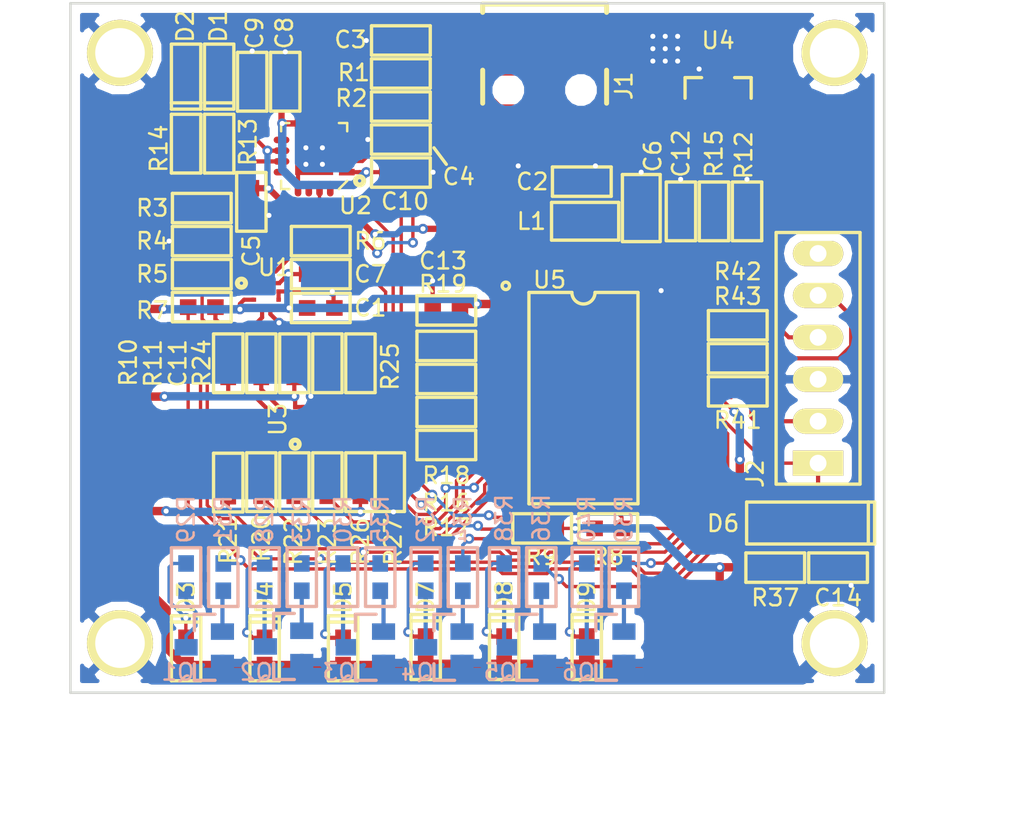
<source format=kicad_pcb>
(kicad_pcb (version 20221018) (generator pcbnew)
  (layers (0 "F.Cu" signal) (31 "B.Cu" signal) (34 "B.Paste" user) (35 "F.Paste" user) (36 "B.SilkS" user "B.Silkscreen") (37 "F.SilkS" user "F.Silkscreen") (38 "B.Mask" user) (39 "F.Mask" user) (44 "Edge.Cuts" user))
  (net 0 "")
  (net 1 "+3V3")
  (net 2 "GND")
  (net 3 "Net-(C2-Pad2)")
  (net 4 "Net-(C3-Pad2)")
  (net 5 "Net-(C4-Pad1)")
  (net 6 "+5V")
  (net 7 "Net-(C14-Pad1)")
  (net 8 "Net-(D1-PadC)")
  (net 9 "Net-(D2-PadC)")
  (net 10 "Net-(D3-PadC)")
  (net 11 "Net-(D4-PadC)")
  (net 12 "Net-(D5-PadC)")
  (net 13 "/MCLR")
  (net 14 "Net-(D7-PadC)")
  (net 15 "Net-(D8-PadC)")
  (net 16 "Net-(D9-PadC)")
  (net 17 "Net-(J1-Pad4)")
  (net 18 "Net-(J2-Pad2)")
  (net 19 "/ICSPDAT")
  (net 20 "/ICSPCLK")
  (net 21 "Net-(J2-Pad6)")
  (net 22 "Net-(Q1-PadG)")
  (net 23 "Net-(Q1-PadD)")
  (net 24 "Net-(Q2-PadG)")
  (net 25 "Net-(Q2-PadD)")
  (net 26 "Net-(Q3-PadG)")
  (net 27 "Net-(Q3-PadD)")
  (net 28 "Net-(Q4-PadG)")
  (net 29 "Net-(Q4-PadD)")
  (net 30 "Net-(Q5-PadG)")
  (net 31 "Net-(Q5-PadD)")
  (net 32 "Net-(Q6-PadG)")
  (net 33 "Net-(Q6-PadD)")
  (net 34 "Net-(R1-Pad2)")
  (net 35 "Net-(R2-Pad2)")
  (net 36 "Net-(R3-Pad1)")
  (net 37 "/SDA")
  (net 38 "Net-(R5-Pad1)")
  (net 39 "/SCL")
  (net 40 "Net-(R6-Pad1)")
  (net 41 "/RC0")
  (net 42 "Net-(R7-Pad1)")
  (net 43 "/RC1")
  (net 44 "Net-(R10-Pad1)")
  (net 45 "/RC2")
  (net 46 "Net-(R11-Pad1)")
  (net 47 "/V_Temp")
  (net 48 "/nRXLED")
  (net 49 "/nTXLED")
  (net 50 "Net-(R15-Pad2)")
  (net 51 "/PIC_TX")
  (net 52 "/TXD")
  (net 53 "/RXD")
  (net 54 "/PIC_RX")
  (net 55 "/SCLK")
  (net 56 "Net-(R20-Pad1)")
  (net 57 "/nSPI_CS")
  (net 58 "Net-(R22-Pad1)")
  (net 59 "/MISO")
  (net 60 "/SA0")
  (net 61 "/MOSI")
  (net 62 "Net-(R24-Pad1)")
  (net 63 "/RC3")
  (net 64 "/RA2")
  (net 65 "/RA5")
  (net 66 "Net-(R42-Pad1)")
  (net 67 "Net-(R43-Pad1)")
  (net 68 "Net-(U1-Pad4)")
  (net 69 "Net-(U2-Pad4)")
  (net 70 "Net-(U2-Pad12)")
  (net 71 "Net-(U2-Pad16)")
  (net 72 "Net-(U2-Pad14)")
  (net 73 "Net-(U3-Pad5)")
  (footprint "C0603" (layer "F.Cu") (at 149.4 53.45 180)
    (fp_text reference "C1")
    (fp_text value "CAP_0603" hide)
  )
  (footprint "C0603" (layer "F.Cu") (at 165.2 45.8 180)
    (fp_text reference "C2")
    (fp_text value "CAP_0603" hide)
  )
  (footprint "C0603" (layer "F.Cu") (at 154.25 37.25)
    (fp_text reference "C3")
    (fp_text value "CAP_0603" hide)
  )
  (footprint "C0603" (layer "F.Cu") (at 154.25 43.25 180)
    (fp_text reference "C4")
    (fp_text value "CAP_0603" hide)
  )
  (footprint "C0603" (layer "F.Cu") (at 145.2 47.025 90)
    (fp_text reference "C5")
    (fp_text value "CAP_0603" hide)
  )
  (footprint "C0805" (layer "F.Cu") (at 168.8 47.4 -90)
    (fp_text reference "C6")
    (fp_text value "CAP_0805" hide)
  )
  (footprint "C0603" (layer "F.Cu") (at 149.4 51.4 180)
    (fp_text reference "C7")
    (fp_text value "CAP_0603" hide)
  )
  (footprint "C0603" (layer "F.Cu") (at 147.25 39.75 -90)
    (fp_text reference "C8")
    (fp_text value "CAP_0603" hide)
  )
  (footprint "C0603" (layer "F.Cu") (at 145.25 39.75 -90)
    (fp_text reference "C9")
    (fp_text value "CAP_0603" hide)
  )
  (footprint "C0603" (layer "F.Cu") (at 154.25 45.25 180)
    (fp_text reference "C10")
    (fp_text value "CAP_0603" hide)
  )
  (footprint "C0603" (layer "F.Cu") (at 147.8 56.8 90)
    (fp_text reference "C11")
    (fp_text value "CAP_0603" hide)
  )
  (footprint "passives:C0603" (layer "F.Cu") (at 171.2 47.6 -90)
    (fp_text reference "C12")
    (fp_text value "CAP_0603" hide)
  )
  (footprint "passives:C0603" (layer "F.Cu") (at 157 53.6)
    (fp_text reference "C13")
    (fp_text value "CAP_0603" hide)
  )
  (footprint "passives:C0603" (layer "F.Cu") (at 180.7082 69.1746)
    (fp_text reference "C14")
    (fp_text value "CAP_0603" hide)
  )
  (footprint "diodes:D0603" (layer "F.Cu") (at 143.25 39.25 -90)
    (fp_text reference "D1")
    (fp_text value "LED_0603" hide)
  )
  (footprint "diodes:D0603" (layer "F.Cu") (at 141.25 39.25 -90)
    (fp_text reference "D2")
    (fp_text value "LED_0603" hide)
  )
  (footprint "diodes:D0603" (layer "F.Cu") (at 141.25 74.25 90)
    (fp_text reference "D3")
    (fp_text value "LED_0603" hide)
  )
  (footprint "diodes:D0603" (layer "F.Cu") (at 146 74.25 90)
    (fp_text reference "D4")
    (fp_text value "LED_0603" hide)
  )
  (footprint "diodes:D0603" (layer "F.Cu") (at 150.75 74.25 90)
    (fp_text reference "D5")
    (fp_text value "LED_0603" hide)
  )
  (footprint "diodes:SMA" (layer "F.Cu") (at 178.8582 66.4746)
    (fp_text reference "D6")
    (fp_text value "Schottky_SMA" hide)
  )
  (footprint "diodes:D0603" (layer "F.Cu") (at 155.75 74.175 90)
    (fp_text reference "D7")
    (fp_text value "LED_0603" hide)
  )
  (footprint "diodes:D0603" (layer "F.Cu") (at 160.5 74.175 90)
    (fp_text reference "D8")
    (fp_text value "LED_0603" hide)
  )
  (footprint "diodes:D0603" (layer "F.Cu") (at 165.5 74.175 90)
    (fp_text reference "D9")
    (fp_text value "LED_0603" hide)
  )
  (footprint "connectors:USB-Mini" (layer "F.Cu") (at 162.95 35.05 -90)
    (fp_text reference "J1")
    (fp_text value "USB-Mini")
  )
  (footprint "connectors:Header_6-pin_100mil" (layer "F.Cu") (at 179.5 56.5 90)
    (fp_text reference "J2")
    (fp_text value "HEADER_1X6" hide)
  )
  (footprint "passives:C0805" (layer "F.Cu") (at 165.4 48.2 180)
    (fp_text reference "L1")
    (fp_text value "IND" hide)
  )
  (footprint "mechanical:MNT-3mm" (layer "F.Cu") (at 137.25 73.75)
    (fp_text reference "M1" hide)
    (fp_text value "MNT-3MM" hide)
  )
  (footprint "mechanical:MNT-3mm" (layer "F.Cu") (at 180.5 38)
    (fp_text reference "M2" hide)
    (fp_text value "MNT-3MM" hide)
  )
  (footprint "mechanical:MNT-3mm" (layer "F.Cu") (at 180.5 73.75)
    (fp_text reference "M3" hide)
    (fp_text value "MNT-3MM" hide)
  )
  (footprint "mechanical:MNT-3mm" (layer "F.Cu") (at 137.25 38)
    (fp_text reference "M4" hide)
    (fp_text value "MNT-3MM" hide)
  )
  (footprint "R0603" (layer "F.Cu") (at 154.25 39.25 180)
    (fp_text reference "R1")
    (fp_text value "RES_0603" hide)
  )
  (footprint "R0603" (layer "F.Cu") (at 154.25 41.25 180)
    (fp_text reference "R2")
    (fp_text value "RES_0603" hide)
  )
  (footprint "passives:R0603" (layer "F.Cu") (at 142.2 47.4 180)
    (fp_text reference "R3")
    (fp_text value "RES_0603" hide)
  )
  (footprint "passives:R0603" (layer "F.Cu") (at 142.2 49.4 180)
    (fp_text reference "R4")
    (fp_text value "RES_0603" hide)
  )
  (footprint "passives:R0603" (layer "F.Cu") (at 142.2 51.4 180)
    (fp_text reference "R5")
    (fp_text value "RES_0603" hide)
  )
  (footprint "passives:R0603" (layer "F.Cu") (at 149.4 49.4)
    (fp_text reference "R6")
    (fp_text value "RES_0603" hide)
  )
  (footprint "passives:R0603" (layer "F.Cu") (at 142.2 53.4 180)
    (fp_text reference "R7")
    (fp_text value "RES_0603" hide)
  )
  (footprint "passives:R0603" (layer "F.Cu") (at 166.8 66.8 180)
    (fp_text reference "R8")
    (fp_text value "RES_0603" hide)
  )
  (footprint "passives:R0603" (layer "F.Cu") (at 162.8 66.8)
    (fp_text reference "R9")
    (fp_text value "RES_0603" hide)
  )
  (footprint "passives:R0603" (layer "F.Cu") (at 143.8 56.8 90)
    (fp_text reference "R10")
    (fp_text value "RES_0603" hide)
  )
  (footprint "passives:R0603" (layer "F.Cu") (at 145.8 56.8 90)
    (fp_text reference "R11")
    (fp_text value "RES_0603" hide)
  )
  (footprint "passives:R0603" (layer "F.Cu") (at 175.2 47.6 90)
    (fp_text reference "R12")
    (fp_text value "RES_0603" hide)
  )
  (footprint "R0603" (layer "F.Cu") (at 143.25 43.5 90)
    (fp_text reference "R13")
    (fp_text value "RES_0603" hide)
  )
  (footprint "R0603" (layer "F.Cu") (at 141.25 43.5 90)
    (fp_text reference "R14")
    (fp_text value "RES_0603" hide)
  )
  (footprint "passives:R0603" (layer "F.Cu") (at 173.2 47.6 90)
    (fp_text reference "R15")
    (fp_text value "RES_0603" hide)
  )
  (footprint "R0603" (layer "F.Cu") (at 157 59.75)
    (fp_text reference "R16")
    (fp_text value "RES_0603" hide)
  )
  (footprint "R0603" (layer "F.Cu") (at 157 61.75)
    (fp_text reference "R17")
    (fp_text value "RES_0603" hide)
  )
  (footprint "R0603" (layer "F.Cu") (at 157 57.75)
    (fp_text reference "R18")
    (fp_text value "RES_0603" hide)
  )
  (footprint "R0603" (layer "F.Cu") (at 157 55.75)
    (fp_text reference "R19")
    (fp_text value "RES_0603" hide)
  )
  (footprint "passives:R0603" (layer "F.Cu") (at 145.8 64 -90)
    (fp_text reference "R20")
    (fp_text value "RES_0603" hide)
  )
  (footprint "passives:R0603" (layer "F.Cu") (at 143.8 64.025 -90)
    (fp_text reference "R21")
    (fp_text value "RES_0603" hide)
  )
  (footprint "passives:R0603" (layer "F.Cu") (at 147.8 64 -90)
    (fp_text reference "R22")
    (fp_text value "RES_0603" hide)
  )
  (footprint "passives:R0603" (layer "F.Cu") (at 149.8 64 -90)
    (fp_text reference "R23")
    (fp_text value "RES_0603" hide)
  )
  (footprint "passives:R0603" (layer "F.Cu") (at 149.8 56.8 90)
    (fp_text reference "R24")
    (fp_text value "RES_0603" hide)
  )
  (footprint "passives:R0603" (layer "F.Cu") (at 151.8 56.8 90)
    (fp_text reference "R25")
    (fp_text value "RES_0603" hide)
  )
  (footprint "passives:R0603" (layer "F.Cu") (at 151.8 64 -90)
    (fp_text reference "R26")
    (fp_text value "RES_0603" hide)
  )
  (footprint "passives:R0603" (layer "F.Cu") (at 153.5794 64 -90)
    (fp_text reference "R27")
    (fp_text value "RES_0603" hide)
  )
  (footprint "passives:R0603" (layer "F.Cu") (at 176.9082 69.1746 180)
    (fp_text reference "R37")
    (fp_text value "RES_0603" hide)
  )
  (footprint "passives:R0603" (layer "F.Cu") (at 174.639 58.5)
    (fp_text reference "R41")
    (fp_text value "RES_0603" hide)
  )
  (footprint "passives:R0603" (layer "F.Cu") (at 174.639 54.5)
    (fp_text reference "R42")
    (fp_text value "RES_0603" hide)
  )
  (footprint "passives:R0603" (layer "F.Cu") (at 174.639 56.5)
    (fp_text reference "R43")
    (fp_text value "RES_0603" hide)
  )
  (footprint "ICs:LGA12-2mm" (layer "F.Cu") (at 146.1 52.7)
    (fp_text reference "U1")
    (fp_text value "KXTJ3-1057")
  )
  (footprint "ICs:QFN16-4mm" (layer "F.Cu") (at 149 44.25 180)
    (fp_text reference "U2")
    (fp_text value "TD230XQ")
  )
  (footprint "ICs:LGA12-2mm" (layer "F.Cu") (at 148.6 60.2 90)
    (fp_text reference "U3")
    (fp_text value "LIS2HH12")
  )
  (footprint "ICs:SOT-23-3" (layer "F.Cu") (at 173.45 39)
    (fp_text reference "U4")
    (fp_text value "Temp_SOT23-3" hide)
  )
  (footprint "ICs:SO-20_300" (layer "F.Cu") (at 160.6 53.21 -90)
    (fp_text reference "U5")
    (fp_text value "PIC16F1829_SOIC" hide)
  )
  (footprint "ICs:SOT-23-3-FET" (layer "B.Cu") (at 141.25 74 -90)
    (fp_text reference "Q1")
    (fp_text value "MOSFET-N" hide)
  )
  (footprint "ICs:SOT-23-3-FET" (layer "B.Cu") (at 146.05 73.95 -90)
    (fp_text reference "Q2")
    (fp_text value "MOSFET-N" hide)
  )
  (footprint "ICs:SOT-23-3-FET" (layer "B.Cu") (at 151 74 -90)
    (fp_text reference "Q3")
    (fp_text value "MOSFET-N" hide)
  )
  (footprint "ICs:SOT-23-3-FET" (layer "B.Cu") (at 155.75 74 -90)
    (fp_text reference "Q4")
    (fp_text value "MOSFET-N" hide)
  )
  (footprint "ICs:SOT-23-3-FET" (layer "B.Cu") (at 160.75 74 -90)
    (fp_text reference "Q5")
    (fp_text value "MOSFET-N" hide)
  )
  (footprint "ICs:SOT-23-3-FET" (layer "B.Cu") (at 165.55 74 -90)
    (fp_text reference "Q6")
    (fp_text value "MOSFET-N" hide)
  )
  (footprint "passives:R0603" (layer "B.Cu") (at 143.5 69.75 90)
    (fp_text reference "R28")
    (fp_text value "RES_0603" hide)
  )
  (footprint "passives:R0603" (layer "B.Cu") (at 141.25 69.75 -90)
    (fp_text reference "R29")
    (fp_text value "RES_0603" hide)
  )
  (footprint "passives:R0603" (layer "B.Cu") (at 148.25 69.75 90)
    (fp_text reference "R30")
    (fp_text value "RES_0603" hide)
  )
  (footprint "passives:R0603" (layer "B.Cu") (at 146 69.75 -90)
    (fp_text reference "R31")
    (fp_text value "RES_0603" hide)
  )
  (footprint "passives:R0603" (layer "B.Cu") (at 153 69.75 90)
    (fp_text reference "R32")
    (fp_text value "RES_0603" hide)
  )
  (footprint "passives:R0603" (layer "B.Cu") (at 150.75 69.75 -90)
    (fp_text reference "R33")
    (fp_text value "RES_0603" hide)
  )
  (footprint "passives:R0603" (layer "B.Cu") (at 158 69.75 90)
    (fp_text reference "R34")
    (fp_text value "RES_0603" hide)
  )
  (footprint "passives:R0603" (layer "B.Cu") (at 155.75 69.75 -90)
    (fp_text reference "R35")
    (fp_text value "RES_0603" hide)
  )
  (footprint "passives:R0603" (layer "B.Cu") (at 162.75 69.75 90)
    (fp_text reference "R36")
    (fp_text value "RES_0603" hide)
  )
  (footprint "passives:R0603" (layer "B.Cu") (at 160.5 69.75 -90)
    (fp_text reference "R38")
    (fp_text value "RES_0603" hide)
  )
  (footprint "passives:R0603" (layer "B.Cu") (at 167.75 69.75 90)
    (fp_text reference "R39")
    (fp_text value "RES_0603" hide)
  )
  (footprint "passives:R0603" (layer "B.Cu") (at 165.5 69.75 -90)
    (fp_text reference "R40")
    (fp_text value "RES_0603" hide)
  )
  (gr_line (start 157 44.75) (end 156.25 43.75) (stroke (width 0.2)) (layer "F.SilkS"))
  (gr_line (start 183.5 76.75) (end 134.25 76.75) (stroke (width 0.15)) (layer "Edge.Cuts"))
  (gr_line (start 134.25 76.75) (end 134.25 35) (stroke (width 0.15)) (layer "Edge.Cuts"))
  (gr_line (start 166.25 35) (end 134.25 35) (stroke (width 0.15)) (layer "Edge.Cuts"))
  (gr_line (start 183.5 35) (end 183.5 76.75) (stroke (width 0.15)) (layer "Edge.Cuts"))
  (gr_line (start 166.25 35) (end 183.5 35) (stroke (width 0.15)) (layer "Edge.Cuts"))
  (segment (start 150.975 45.225) (end 151.75 45.225) (width 0.25) (layer "F.Cu") (net 1))
  (segment (start 144.76 52.95) (end 144.51 53.2) (width 0.254) (layer "F.Cu") (net 1))
  (segment (start 143.25 38.425) (end 141.25 38.425) (width 0.508) (layer "F.Cu") (net 1))
  (segment (start 147.712 36.9482) (end 143.7188 36.9482) (width 0.508) (layer "F.Cu") (net 1))
  (segment (start 143.25 37.417) (end 143.25 38.425) (width 0.508) (layer "F.Cu") (net 1))
  (segment (start 147.85 58.85) (end 147.8 58.8) (width 0.254) (layer "F.Cu") (net 1))
  (segment (start 158.8626 53.21) (end 158.215 53.21) (width 0.508) (layer "F.Cu") (net 1))
  (segment (start 147.0686 42.275) (end 147.025 42.2314) (width 0.381) (layer "F.Cu") (net 1))
  (segment (start 139.9142 38.7778) (end 140.267 38.425) (width 0.508) (layer "F.Cu") (net 1))
  (segment (start 137.5396 47.4) (end 137.5266 47.413) (width 0.508) (layer "F.Cu") (net 1))
  (segment (start 140.0666 74.039562) (end 140.0666 71.6954) (width 0.508) (layer "F.Cu") (net 1))
  (segment (start 147.025 40.8) (end 147.25 40.575) (width 0.381) (layer "F.Cu") (net 1))
  (segment (start 146.85 53.45) (end 147.4834 53.45) (width 0.25) (layer "F.Cu") (net 1))
  (segment (start 140.0412 65.7518) (end 137.552 65.7518) (width 0.508) (layer "F.Cu") (net 1))
  (segment (start 137.5266 47.413) (end 137.5266 43.7554) (width 0.508) (layer "F.Cu") (net 1))
  (segment (start 160.5 75) (end 165.5 75) (width 0.508) (layer "F.Cu") (net 1))
  (segment (start 137.5774 53.509) (end 137.5266 53.5598) (width 0.508) (layer "F.Cu") (net 1))
  (segment (start 148.601 37.8372) (end 147.712 36.9482) (width 0.508) (layer "F.Cu") (net 1))
  (segment (start 147.85 59.45) (end 147.85 58.85) (width 0.254) (layer "F.Cu") (net 1))
  (segment (start 144.51 53.2) (end 144.51 53.53) (width 0.254) (layer "F.Cu") (net 1))
  (segment (start 146.85 51.95) (end 146.89 51.95) (width 0.254) (layer "F.Cu") (net 1))
  (segment (start 155.675 75.075) (end 155.75 75) (width 0.508) (layer "F.Cu") (net 1))
  (segment (start 173.814 59.1132) (end 174.4328 59.732) (width 0.2032) (layer "F.Cu") (net 1))
  (segment (start 139.8888 53.509) (end 137.5774 53.509) (width 0.508) (layer "F.Cu") (net 1))
  (segment (start 158.215 53.21) (end 157.825 53.6) (width 0.508) (layer "F.Cu") (net 1))
  (segment (start 137.5266 69.1554) (end 137.5266 65.7772) (width 0.508) (layer "F.Cu") (net 1))
  (segment (start 139.9396 58.8176) (end 137.5266 58.8176) (width 0.508) (layer "F.Cu") (net 1))
  (segment (start 173.5438 69.1554) (end 174.763 69.1554) (width 0.508) (layer "F.Cu") (net 1))
  (segment (start 147.25 40.575) (end 147.4888 40.575) (width 0.508) (layer "F.Cu") (net 1))
  (segment (start 148.601 39.4628) (end 148.601 37.8372) (width 0.508) (layer "F.Cu") (net 1))
  (segment (start 137.5266 43.7554) (end 139.9142 41.3678) (width 0.508) (layer "F.Cu") (net 1))
  (segment (start 147.4834 53.45) (end 148.525 53.45) (width 0.25) (layer "F.Cu") (net 1))
  (segment (start 165.975 66.8) (end 164.8 66.8) (width 0.2032) (layer "F.Cu") (net 1))
  (segment (start 151.75 45.225) (end 152.157 45.225) (width 0.25) (layer "F.Cu") (net 1))
  (segment (start 147.8 57.625) (end 147.8 58.8) (width 0.254) (layer "F.Cu") (net 1))
  (segment (start 160.6 53.21) (end 158.8626 53.21) (width 0.508) (layer "F.Cu") (net 1))
  (segment (start 137.552 65.7518) (end 137.5266 65.7772) (width 0.508) (layer "F.Cu") (net 1))
  (segment (start 140.0666 71.6954) (end 137.5266 69.1554) (width 0.508) (layer "F.Cu") (net 1))
  (segment (start 137.5266 53.5598) (end 137.5266 47.413) (width 0.508) (layer "F.Cu") (net 1))
  (segment (start 152.157 45.225) (end 153.4 45.225) (width 0.25) (layer "F.Cu") (net 1))
  (segment (start 174.763 69.1554) (end 174.763 62.6276) (width 0.508) (layer "F.Cu") (net 1))
  (segment (start 145.35 52.95) (end 144.76 52.95) (width 0.254) (layer "F.Cu") (net 1))
  (segment (start 173.814 58.5) (end 173.814 59.1132) (width 0.2032) (layer "F.Cu") (net 1))
  (segment (start 148.025 42.275) (end 147.0686 42.275) (width 0.381) (layer "F.Cu") (net 1))
  (segment (start 147.4888 40.575) (end 148.601 39.4628) (width 0.508) (layer "F.Cu") (net 1))
  (segment (start 174.763 69.1554) (end 176.064 69.1554) (width 0.508) (layer "F.Cu") (net 1))
  (segment (start 153.4 45.225) (end 153.425 45.25) (width 0.25) (layer "F.Cu") (net 1))
  (segment (start 146.89 51.95) (end 147.44 51.4) (width 0.254) (layer "F.Cu") (net 1))
  (segment (start 141.375 47.4) (end 137.5396 47.4) (width 0.508) (layer "F.Cu") (net 1))
  (segment (start 140.267 38.425) (end 141.25 38.425) (width 0.508) (layer "F.Cu") (net 1))
  (segment (start 139.9142 41.3678) (end 139.9142 38.7778) (width 0.508) (layer "F.Cu") (net 1))
  (segment (start 163.625 66.8) (end 164.8 66.8) (width 0.2032) (layer "F.Cu") (net 1))
  (segment (start 173.5438 69.1554) (end 173.5438 72.8638) (width 0.508) (layer "F.Cu") (net 1))
  (segment (start 146 75.075) (end 150.75 75.075) (width 0.508) (layer "F.Cu") (net 1))
  (segment (start 147.025 43.275) (end 147.025 42.2314) (width 0.381) (layer "F.Cu") (net 1))
  (segment (start 141.25 75.075) (end 141.102038 75.075) (width 0.508) (layer "F.Cu") (net 1))
  (segment (start 137.5266 58.8176) (end 137.5266 53.5598) (width 0.508) (layer "F.Cu") (net 1))
  (segment (start 176.064 69.1554) (end 176.0832 69.1746) (width 0.508) (layer "F.Cu") (net 1))
  (segment (start 141.102038 75.075) (end 140.0666 74.039562) (width 0.508) (layer "F.Cu") (net 1))
  (segment (start 137.5266 65.7772) (end 137.5266 58.8176) (width 0.508) (layer "F.Cu") (net 1))
  (segment (start 141.25 75.075) (end 146 75.075) (width 0.508) (layer "F.Cu") (net 1))
  (segment (start 148.575 51.4) (end 147.44 51.4) (width 0.254) (layer "F.Cu") (net 1))
  (segment (start 143.7188 36.9482) (end 143.25 37.417) (width 0.508) (layer "F.Cu") (net 1))
  (segment (start 171.4076 75) (end 165.5 75) (width 0.508) (layer "F.Cu") (net 1))
  (segment (start 173.5438 72.8638) (end 171.4076 75) (width 0.508) (layer "F.Cu") (net 1))
  (segment (start 148.35 59.45) (end 147.85 59.45) (width 0.254) (layer "F.Cu") (net 1))
  (segment (start 147.025 42.2314) (end 147.025 40.8) (width 0.381) (layer "F.Cu") (net 1))
  (segment (start 150.75 75.075) (end 155.675 75.075) (width 0.508) (layer "F.Cu") (net 1))
  (segment (start 155.75 75) (end 160.5 75) (width 0.508) (layer "F.Cu") (net 1))
  (segment (start 146.35 51.95) (end 146.85 51.95) (width 0.25) (layer "F.Cu") (net 1))
  (segment (start 141.325 75) (end 141.25 75.075) (width 0.508) (layer "F.Cu") (net 1))
  (segment (start 151.8 64.825) (end 151.8 65.8) (width 0.2032) (layer "F.Cu") (net 1))
  (via (at 152.157 45.225) (size 0.6096) (drill 0.3048) (layers "F.Cu" "B.Cu") (net 1))
  (via (at 164.8 66.8) (size 0.6096) (drill 0.3048) (layers "F.Cu" "B.Cu") (net 1))
  (via (at 174.763 62.6276) (size 0.6096) (drill 0.3048) (layers "F.Cu" "B.Cu") (net 1))
  (via (at 151.8 65.8) (size 0.6096) (drill 0.3048) (layers "F.Cu" "B.Cu") (net 1))
  (via (at 147.44 51.4) (size 0.6096) (drill 0.3048) (layers "F.Cu" "B.Cu") (net 1))
  (via (at 147.0686 42.275) (size 0.6096) (drill 0.3048) (layers "F.Cu" "B.Cu") (net 1))
  (via (at 139.8888 53.509) (size 0.6096) (drill 0.3048) (layers "F.Cu" "B.Cu") (net 1))
  (via (at 147.8 58.8) (size 0.6096) (drill 0.3048) (layers "F.Cu" "B.Cu") (net 1))
  (via (at 139.9396 58.8176) (size 0.6096) (drill 0.3048) (layers "F.Cu" "B.Cu") (net 1))
  (via (at 140.0412 65.7518) (size 0.6096) (drill 0.3048) (layers "F.Cu" "B.Cu") (net 1))
  (via (at 144.51 53.53) (size 0.6096) (drill 0.3048) (layers "F.Cu" "B.Cu") (net 1))
  (via (at 147.4834 53.45) (size 0.6096) (drill 0.3048) (layers "F.Cu" "B.Cu") (net 1))
  (via (at 174.4328 59.732) (size 0.6096) (drill 0.3048) (layers "F.Cu" "B.Cu") (net 1))
  (via (at 173.5438 69.1554) (size 0.6096) (drill 0.3048) (layers "F.Cu" "B.Cu") (net 1))
  (via (at 158.8626 53.21) (size 0.6096) (drill 0.3048) (layers "F.Cu" "B.Cu") (net 1))
  (segment (start 144.59 53.45) (end 144.51 53.53) (width 0.508) (layer "B.Cu") (net 1))
  (segment (start 147.44 53.4066) (end 147.4834 53.45) (width 0.508) (layer "B.Cu") (net 1))
  (segment (start 164.8 66.8) (end 169.385 66.8) (width 0.508) (layer "B.Cu") (net 1))
  (segment (start 174.763 62.6276) (end 174.763 60.0622) (width 0.508) (layer "B.Cu") (net 1))
  (segment (start 147.0686 45.0686) (end 148 46) (width 0.508) (layer "B.Cu") (net 1))
  (segment (start 147.4834 53.45) (end 144.59 53.45) (width 0.508) (layer "B.Cu") (net 1))
  (segment (start 139.9572 58.8) (end 139.9396 58.8176) (width 0.508) (layer "B.Cu") (net 1))
  (segment (start 151.8 65.8) (end 140.0894 65.8) (width 0.508) (layer "B.Cu") (net 1))
  (segment (start 152.0636 53.45) (end 147.4834 53.45) (width 0.508) (layer "B.Cu") (net 1))
  (segment (start 148 46) (end 151.382 46) (width 0.508) (layer "B.Cu") (net 1))
  (segment (start 174.763 60.0622) (end 174.4328 59.732) (width 0.508) (layer "B.Cu") (net 1))
  (segment (start 147.8 58.8) (end 139.9572 58.8) (width 0.508) (layer "B.Cu") (net 1))
  (segment (start 151.382 46) (end 152.157 45.225) (width 0.508) (layer "B.Cu") (net 1))
  (segment (start 158.557801 52.905201) (end 152.608399 52.905201) (width 0.508) (layer "B.Cu") (net 1))
  (segment (start 147.44 51.4) (end 147.44 53.4066) (width 0.508) (layer "B.Cu") (net 1))
  (segment (start 139.9098 53.53) (end 139.8888 53.509) (width 0.508) (layer "B.Cu") (net 1))
  (segment (start 169.385 66.8) (end 171.7404 69.1554) (width 0.508) (layer "B.Cu") (net 1))
  (segment (start 158.8626 53.21) (end 158.557801 52.905201) (width 0.508) (layer "B.Cu") (net 1))
  (segment (start 171.7404 69.1554) (end 173.5438 69.1554) (width 0.508) (layer "B.Cu") (net 1))
  (segment (start 147.0686 42.275) (end 147.0686 45.0686) (width 0.508) (layer "B.Cu") (net 1))
  (segment (start 152.608399 52.905201) (end 152.0636 53.45) (width 0.508) (layer "B.Cu") (net 1))
  (segment (start 144.51 53.53) (end 139.9098 53.53) (width 0.508) (layer "B.Cu") (net 1))
  (segment (start 140.0894 65.8) (end 140.0412 65.7518) (width 0.508) (layer "B.Cu") (net 1))
  (segment (start 145.25 37.8898) (end 145.2482 37.888) (width 0.508) (layer "F.Cu") (net 2))
  (segment (start 147.25 37.9436) (end 147.2548 37.9388) (width 0.508) (layer "F.Cu") (net 2))
  (segment (start 150.1 52.25) (end 150.1 52.45) (width 0.25) (layer "F.Cu") (net 2))
  (segment (start 150.975 43.925) (end 149.325 43.925) (width 0.25) (layer "F.Cu") (net 2))
  (segment (start 171.2 46.775) (end 171.2 45.6788) (width 0.508) (layer "F.Cu") (net 2))
  (segment (start 171 37.75) (end 170.25 37.75) (width 0.254) (layer "F.Cu") (net 2))
  (segment (start 148.85 58.85) (end 148.8 58.8) (width 0.254) (layer "F.Cu") (net 2))
  (segment (start 145.2 47.85) (end 146.259 47.85) (width 0.254) (layer "F.Cu") (net 2))
  (segment (start 161.35 44.8458) (end 161.3518 44.8476) (width 0.508) (layer "F.Cu") (net 2))
  (segment (start 150.175 52.725) (end 150.1 52.65) (width 0.25) (layer "F.Cu") (net 2))
  (segment (start 153.425 43.25) (end 152.25 43.25) (width 0.25) (layer "F.Cu") (net 2))
  (segment (start 146.85 52.45) (end 150.1 52.45) (width 0.25) (layer "F.Cu") (net 2))
  (segment (start 158.5 37.3) (end 167.4 37.3) (width 2.54) (layer "F.Cu") (net 2))
  (segment (start 148.025 46.225) (end 148.025 45.225) (width 0.25) (layer "F.Cu") (net 2))
  (segment (start 172.319 39) (end 172.2992 38.9802) (width 0.508) (layer "F.Cu") (net 2))
  (segment (start 147.25 38.925) (end 147.25 37.9436) (width 0.508) (layer "F.Cu") (net 2))
  (segment (start 161.35 42.925) (end 161.35 44.8458) (width 0.508) (layer "F.Cu") (net 2))
  (segment (start 152.25 43.25) (end 152 43.5) (width 0.25) (layer "F.Cu") (net 2))
  (segment (start 148.025 45.225) (end 149 44.25) (width 0.25) (layer "F.Cu") (net 2))
  (segment (start 175.2 46.775) (end 175.2 45.6656) (width 0.508) (layer "F.Cu") (net 2))
  (segment (start 170.25 38.5) (end 171 38.5) (width 0.254) (layer "F.Cu") (net 2))
  (segment (start 168.8 45.2346) (end 168.794 45.2286) (width 0.508) (layer "F.Cu") (net 2))
  (segment (start 173.45 39) (end 172.319 39) (width 0.508) (layer "F.Cu") (net 2))
  (segment (start 166.025 45.8) (end 166.025 44.848) (width 0.508) (layer "F.Cu") (net 2))
  (segment (start 148.85 59.45) (end 148.85 58.85) (width 0.254) (layer "F.Cu") (net 2))
  (segment (start 141.375 49.4) (end 140.22 49.4) (width 0.254) (layer "F.Cu") (net 2))
  (segment (start 150.175 53.45) (end 150.175 52.725) (width 0.25) (layer "F.Cu") (net 2))
  (segment (start 152.16 37.25) (end 152.157 37.253) (width 0.254) (layer "F.Cu") (net 2))
  (segment (start 146.259 47.85) (end 146.2642 47.8448) (width 0.254) (layer "F.Cu") (net 2))
  (segment (start 156.175 53.6) (end 156.175 51.812) (width 0.254) (layer "F.Cu") (net 2))
  (segment (start 150.975 43.925) (end 151.575 43.925) (width 0.25) (layer "F.Cu") (net 2))
  (segment (start 146.35 53.7) (end 146.35 53.8234) (width 0.254) (layer "F.Cu") (net 2))
  (segment (start 153.425 37.25) (end 152.16 37.25) (width 0.254) (layer "F.Cu") (net 2))
  (segment (start 147.8 55.975) (end 148.529 55.975) (width 0.254) (layer "F.Cu") (net 2))
  (segment (start 153.8 64.825) (end 153.8 65.8) (width 0.2032) (layer "F.Cu") (net 2))
  (segment (start 149.35 59.45) (end 148.85 59.45) (width 0.254) (layer "F.Cu") (net 2))
  (segment (start 169.5 37.75) (end 169.5 37) (width 0.254) (layer "F.Cu") (net 2))
  (segment (start 175.2 45.6656) (end 175.1948 45.6604) (width 0.508) (layer "F.Cu") (net 2))
  (segment (start 166.025 44.848) (end 166.0254 44.8476) (width 0.508) (layer "F.Cu") (net 2))
  (segment (start 148.8 56.246) (end 148.8 58.8) (width 0.254) (layer "F.Cu") (net 2))
  (segment (start 181.5332 69.1746) (end 181.5332 70.2168) (width 0.254) (layer "F.Cu") (net 2))
  (segment (start 168.8 46.375) (end 168.8 45.2346) (width 0.508) (layer "F.Cu") (net 2))
  (segment (start 149.35 59.95) (end 149.35 59.45) (width 0.254) (layer "F.Cu") (net 2))
  (segment (start 150.175 52.175) (end 150.1 52.25) (width 0.25) (layer "F.Cu") (net 2))
  (segment (start 155.075 45.25) (end 156.1742 45.25) (width 0.254) (layer "F.Cu") (net 2))
  (segment (start 181.5332 70.2168) (end 181.5 70.25) (width 0.254) (layer "F.Cu") (net 2))
  (segment (start 156.1742 45.25) (end 156.1956 45.2286) (width 0.254) (layer "F.Cu") (net 2))
  (segment (start 148.529 55.975) (end 148.8 56.246) (width 0.254) (layer "F.Cu") (net 2))
  (segment (start 145.25 38.925) (end 145.25 37.8898) (width 0.508) (layer "F.Cu") (net 2))
  (segment (start 156.175 51.812) (end 156.1702 51.8072) (width 0.254) (layer "F.Cu") (net 2))
  (segment (start 149.325 43.925) (end 149 44.25) (width 0.25) (layer "F.Cu") (net 2))
  (segment (start 170 53.21) (end 170 52.4) (width 0.2032) (layer "F.Cu") (net 2))
  (segment (start 146.35 53.8234) (end 146.8738 54.3472) (width 0.254) (layer "F.Cu") (net 2))
  (segment (start 170.25 37) (end 171 37) (width 0.254) (layer "F.Cu") (net 2))
  (segment (start 150.1 52.65) (end 150.1 52.45) (width 0.25) (layer "F.Cu") (net 2))
  (segment (start 150.175 51.45) (end 150.175 52.175) (width 0.25) (layer "F.Cu") (net 2))
  (segment (start 171.2 45.6788) (end 171.1816 45.6604) (width 0.508) (layer "F.Cu") (net 2))
  (segment (start 146.85 52.95) (end 146.85 52.45) (width 0.25) (layer "F.Cu") (net 2))
  (segment (start 146.35 53.45) (end 146.35 53.7) (width 0.254) (layer "F.Cu") (net 2))
  (segment (start 151.575 43.925) (end 152 43.5) (width 0.25) (layer "F.Cu") (net 2))
  (via (at 148.5 44.75) (size 0.6096) (drill 0.3048) (layers "F.Cu" "B.Cu") (net 2))
  (via (at 169.5 37) (size 0.6096) (drill 0.3048) (layers "F.Cu" "B.Cu") (net 2))
  (via (at 146.2642 47.8448) (size 0.6096) (drill 0.3048) (layers "F.Cu" "B.Cu") (net 2))
  (via (at 168.794 45.2286) (size 0.6096) (drill 0.3048) (layers "F.Cu" "B.Cu") (net 2))
  (via (at 172.2992 38.9802) (size 0.6096) (drill 0.3048) (layers "F.Cu" "B.Cu") (net 2))
  (via (at 153.8 65.8) (size 0.6096) (drill 0.3048) (layers "F.Cu" "B.Cu") (net 2))
  (via (at 146.8738 54.3472) (size 0.6096) (drill 0.3048) (layers "F.Cu" "B.Cu") (net 2))
  (via (at 148.5 43.75) (size 0.6096) (drill 0.3048) (layers "F.Cu" "B.Cu") (net 2))
  (via (at 170.25 38.5) (size 0.6096) (drill 0.3048) (layers "F.Cu" "B.Cu") (net 2))
  (via (at 147.2548 37.9388) (size 0.6096) (drill 0.3048) (layers "F.Cu" "B.Cu") (net 2))
  (via (at 171 37.75) (size 0.6096) (drill 0.3048) (layers "F.Cu" "B.Cu") (net 2))
  (via (at 175.1948 45.6604) (size 0.6096) (drill 0.3048) (layers "F.Cu" "B.Cu") (net 2))
  (via (at 169.5 37.75) (size 0.6096) (drill 0.3048) (layers "F.Cu" "B.Cu") (net 2))
  (via (at 171 38.5) (size 0.6096) (drill 0.3048) (layers "F.Cu" "B.Cu") (net 2))
  (via (at 170 52.4) (size 0.6096) (drill 0.3048) (layers "F.Cu" "B.Cu") (net 2))
  (via (at 161.3518 44.8476) (size 0.6096) (drill 0.3048) (layers "F.Cu" "B.Cu") (net 2))
  (via (at 170.25 37) (size 0.6096) (drill 0.3048) (layers "F.Cu" "B.Cu") (net 2))
  (via (at 149.5 43.75) (size 0.6096) (drill 0.3048) (layers "F.Cu" "B.Cu") (net 2))
  (via (at 171 37) (size 0.6096) (drill 0.3048) (layers "F.Cu" "B.Cu") (net 2))
  (via (at 166.0254 44.8476) (size 0.6096) (drill 0.3048) (layers "F.Cu" "B.Cu") (net 2))
  (via (at 152.25 43.25) (size 0.6096) (drill 0.3048) (layers "F.Cu" "B.Cu") (net 2))
  (via (at 171.1816 45.6604) (size 0.6096) (drill 0.3048) (layers "F.Cu" "B.Cu") (net 2))
  (via (at 149.5 44.75) (size 0.6096) (drill 0.3048) (layers "F.Cu" "B.Cu") (net 2))
  (via (at 169.5 38.5) (size 0.6096) (drill 0.3048) (layers "F.Cu" "B.Cu") (net 2))
  (via (at 150.1 52.45) (size 0.6096) (drill 0.3048) (layers "F.Cu" "B.Cu") (net 2))
  (via (at 181.5 70.25) (size 0.6096) (drill 0.3048) (layers "F.Cu" "B.Cu") (net 2))
  (via (at 145.2482 37.888) (size 0.6096) (drill 0.3048) (layers "F.Cu" "B.Cu") (net 2))
  (via (at 170.25 37.75) (size 0.6096) (drill 0.3048) (layers "F.Cu" "B.Cu") (net 2))
  (via (at 140.22 49.4) (size 0.6096) (drill 0.3048) (layers "F.Cu" "B.Cu") (net 2))
  (via (at 152.157 37.253) (size 0.6096) (drill 0.3048) (layers "F.Cu" "B.Cu") (net 2))
  (via (at 156.1702 51.8072) (size 0.6096) (drill 0.3048) (layers "F.Cu" "B.Cu") (net 2))
  (via (at 156.1956 45.2286) (size 0.6096) (drill 0.3048) (layers "F.Cu" "B.Cu") (net 2))
  (via (at 148.8 58.8) (size 0.6096) (drill 0.3048) (layers "F.Cu" "B.Cu") (net 2))
  (segment (start 143.45 75.699999) (end 143.5 75.749999) (width 1.016) (layer "B.Cu") (net 2))
  (segment (start 167.75 74.95) (end 167.75 75.749999) (width 1.016) (layer "B.Cu") (net 2))
  (segment (start 163 75) (end 162.95 74.95) (width 1.016) (layer "B.Cu") (net 2))
  (segment (start 163 75.749999) (end 167.75 75.749999) (width 1.016) (layer "B.Cu") (net 2))
  (segment (start 167.75 75.749999) (end 178.500001 75.749999) (width 1.016) (layer "B.Cu") (net 2))
  (segment (start 170.25 37.75) (end 169.5 37.75) (width 0.254) (layer "B.Cu") (net 2))
  (segment (start 143.5 75.749999) (end 148.25 75.749999) (width 1.016) (layer "B.Cu") (net 2))
  (segment (start 157.95 75.699999) (end 158 75.749999) (width 1.016) (layer "B.Cu") (net 2))
  (segment (start 169.5 37) (end 170.25 37) (width 0.254) (layer "B.Cu") (net 2))
  (segment (start 171 38.5) (end 171 37.75) (width 0.254) (layer "B.Cu") (net 2))
  (segment (start 148.25 74.9) (end 148.25 75.749999) (width 1.016) (layer "B.Cu") (net 2))
  (segment (start 178.500001 75.749999) (end 180.5 73.75) (width 1.016) (layer "B.Cu") (net 2))
  (segment (start 139.249999 75.749999) (end 143.5 75.749999) (width 1.016) (layer "B.Cu") (net 2))
  (segment (start 153.2 74.95) (end 153.2 75.699999) (width 1.016) (layer "B.Cu") (net 2))
  (segment (start 163 75.749999) (end 163 75) (width 1.016) (layer "B.Cu") (net 2))
  (segment (start 153.2 75.699999) (end 153.25 75.749999) (width 1.016) (layer "B.Cu") (net 2))
  (segment (start 158 75.749999) (end 163 75.749999) (width 1.016) (layer "B.Cu") (net 2))
  (segment (start 153.25 75.749999) (end 158 75.749999) (width 1.016) (layer "B.Cu") (net 2))
  (segment (start 145.299 37.9388) (end 145.2482 37.888) (width 0.508) (layer "B.Cu") (net 2))
  (segment (start 143.45 74.95) (end 143.45 75.699999) (width 1.016) (layer "B.Cu") (net 2))
  (segment (start 148.25 75.749999) (end 153.25 75.749999) (width 1.016) (layer "B.Cu") (net 2))
  (segment (start 137.25 73.75) (end 139.249999 75.749999) (width 1.016) (layer "B.Cu") (net 2))
  (segment (start 169.5 38.5) (end 170.25 38.5) (width 0.254) (layer "B.Cu") (net 2))
  (segment (start 166.0254 41.9746) (end 169.5 38.5) (width 0.254) (layer "B.Cu") (net 2))
  (segment (start 166.0254 44.8476) (end 166.0254 41.9746) (width 0.254) (layer "B.Cu") (net 2))
  (segment (start 157.95 74.95) (end 157.95 75.699999) (width 1.016) (layer "B.Cu") (net 2))
  (segment (start 164.375 45.8) (end 164.375 48.2) (width 0.508) (layer "F.Cu") (net 3))
  (segment (start 164.55 42.925) (end 164.55 45.625) (width 0.508) (layer "F.Cu") (net 3))
  (segment (start 164.55 45.625) (end 164.375 45.8) (width 0.508) (layer "F.Cu") (net 3))
  (segment (start 163.75 40.5) (end 163.75 41) (width 0.254) (layer "F.Cu") (net 4))
  (segment (start 162.5 39.25) (end 163.75 40.5) (width 0.254) (layer "F.Cu") (net 4))
  (segment (start 163.75 41) (end 163.75 42.925) (width 0.254) (layer "F.Cu") (net 4))
  (segment (start 155.075 39.25) (end 155.075 37.25) (width 0.254) (layer "F.Cu") (net 4))
  (segment (start 155.075 39.25) (end 162.5 39.25) (width 0.254) (layer "F.Cu") (net 4))
  (segment (start 160.25 41.25) (end 162.679 41.25) (width 0.254) (layer "F.Cu") (net 5))
  (segment (start 162.679 41.25) (end 162.95 41.521) (width 0.254) (layer "F.Cu") (net 5))
  (segment (start 155.075 43.25) (end 155.075 41.25) (width 0.254) (layer "F.Cu") (net 5))
  (segment (start 156.5 41.25) (end 157 40.75) (width 0.254) (layer "F.Cu") (net 5))
  (segment (start 157 40.75) (end 159.75 40.75) (width 0.254) (layer "F.Cu") (net 5))
  (segment (start 159.75 40.75) (end 160.25 41.25) (width 0.254) (layer "F.Cu") (net 5))
  (segment (start 162.95 41.521) (end 162.95 42.925) (width 0.254) (layer "F.Cu") (net 5))
  (segment (start 155.075 41.25) (end 156.5 41.25) (width 0.254) (layer "F.Cu") (net 5))
  (segment (start 166.425 48.2) (end 168.575 48.2) (width 0.508) (layer "F.Cu") (net 6))
  (segment (start 147.6612 47.6162) (end 151.2426 47.6162) (width 0.381) (layer "F.Cu") (net 6))
  (segment (start 151.2426 47.6162) (end 152.6142 48.9878) (width 0.381) (layer "F.Cu") (net 6))
  (segment (start 161.2248 48.6576) (end 162.1672 49.6) (width 0.381) (layer "F.Cu") (net 6))
  (segment (start 146.2388 46.1938) (end 147.6612 47.6162) (width 0.381) (layer "F.Cu") (net 6))
  (segment (start 166.425 49.306) (end 166.425 48.2) (width 0.381) (layer "F.Cu") (net 6))
  (segment (start 146.175 43.925) (end 146 43.75) (width 0.25) (layer "F.Cu") (net 6))
  (segment (start 168.575 48.2) (end 168.8 48.425) (width 0.508) (layer "F.Cu") (net 6))
  (segment (start 145.25 43) (end 146 43.75) (width 0.25) (layer "F.Cu") (net 6))
  (segment (start 146.2326 46.2) (end 146.2388 46.1938) (width 0.381) (layer "F.Cu") (net 6))
  (segment (start 152.6142 48.9878) (end 152.6904 48.9878) (width 0.381) (layer "F.Cu") (net 6))
  (segment (start 145.25 40.575) (end 145.25 43) (width 0.25) (layer "F.Cu") (net 6))
  (segment (start 172.2 42.454) (end 172.5 42.154) (width 0.254) (layer "F.Cu") (net 6))
  (segment (start 171.2 48.425) (end 168.8 48.425) (width 0.508) (layer "F.Cu") (net 6))
  (segment (start 172.5 42.154) (end 172.5 41.2) (width 0.254) (layer "F.Cu") (net 6))
  (segment (start 166.131 49.6) (end 166.425 49.306) (width 0.381) (layer "F.Cu") (net 6))
  (segment (start 171.2 48.425) (end 171.929 48.425) (width 0.254) (layer "F.Cu") (net 6))
  (segment (start 145.2 46.2) (end 146.2326 46.2) (width 0.381) (layer "F.Cu") (net 6))
  (segment (start 162.1672 49.6) (end 166.131 49.6) (width 0.381) (layer "F.Cu") (net 6))
  (segment (start 172.2 48.154) (end 172.2 42.454) (width 0.254) (layer "F.Cu") (net 6))
  (segment (start 155.586 48.6576) (end 161.2248 48.6576) (width 0.381) (layer "F.Cu") (net 6))
  (segment (start 171.929 48.425) (end 172.2 48.154) (width 0.254) (layer "F.Cu") (net 6))
  (segment (start 147.025 43.925) (end 146.175 43.925) (width 0.25) (layer "F.Cu") (net 6))
  (via (at 146.2388 46.1938) (size 0.6096) (drill 0.3048) (layers "F.Cu" "B.Cu") (net 6))
  (via (at 155.586 48.6576) (size 0.6096) (drill 0.3048) (layers "F.Cu" "B.Cu") (net 6))
  (via (at 152.6904 48.9878) (size 0.6096) (drill 0.3048) (layers "F.Cu" "B.Cu") (net 6))
  (via (at 146.175 43.925) (size 0.6096) (drill 0.3048) (layers "F.Cu" "B.Cu") (net 6))
  (segment (start 153.9858 48.9878) (end 154.316 48.6576) (width 0.381) (layer "B.Cu") (net 6))
  (segment (start 146.175 46.13) (end 146.2388 46.1938) (width 0.381) (layer "B.Cu") (net 6))
  (segment (start 154.316 48.6576) (end 155.586 48.6576) (width 0.381) (layer "B.Cu") (net 6))
  (segment (start 152.6904 48.9878) (end 153.9858 48.9878) (width 0.381) (layer "B.Cu") (net 6))
  (segment (start 146.175 43.925) (end 146.175 46.13) (width 0.381) (layer "B.Cu") (net 6))
  (segment (start 177.7082 69.1746) (end 177.7332 69.1746) (width 0.254) (layer "F.Cu") (net 7))
  (segment (start 176.8582 66.4746) (end 176.8582 68.3246) (width 0.254) (layer "F.Cu") (net 7))
  (segment (start 176.8582 68.3246) (end 177.7082 69.1746) (width 0.254) (layer "F.Cu") (net 7))
  (segment (start 177.7332 69.1746) (end 179.8832 69.1746) (width 0.254) (layer "F.Cu") (net 7))
  (segment (start 143.25 41.921) (end 143.25 40.075) (width 0.254) (layer "F.Cu") (net 8))
  (segment (start 143.25 42.675) (end 143.25 41.921) (width 0.254) (layer "F.Cu") (net 8))
  (segment (start 141.25 41.921) (end 141.25 40.075) (width 0.254) (layer "F.Cu") (net 9))
  (segment (start 141.25 42.675) (end 141.25 41.921) (width 0.254) (layer "F.Cu") (net 9))
  (segment (start 141.235 73.41) (end 141.25 73.425) (width 0.2032) (layer "F.Cu") (net 10))
  (segment (start 141.235 72.2288) (end 141.235 73.41) (width 0.2032) (layer "F.Cu") (net 10))
  (via (at 141.235 72.2288) (size 0.6096) (drill 0.3048) (layers "F.Cu" "B.Cu") (net 10))
  (segment (start 140.2208 71.2146) (end 140.2208 69.1536) (width 0.2032) (layer "B.Cu") (net 10))
  (segment (start 140.2208 69.1536) (end 140.4494 68.925) (width 0.2032) (layer "B.Cu") (net 10))
  (segment (start 140.2208 71.2146) (end 141.235 72.2288) (width 0.2032) (layer "B.Cu") (net 10))
  (segment (start 140.4494 68.925) (end 141.25 68.925) (width 0.2032) (layer "B.Cu") (net 10))
  (segment (start 144.9434 73.0974) (end 145.271 73.425) (width 0.254) (layer "F.Cu") (net 11))
  (segment (start 145.271 73.425) (end 146 73.425) (width 0.254) (layer "F.Cu") (net 11))
  (via (at 144.9434 73.0974) (size 0.6096) (drill 0.3048) (layers "F.Cu" "B.Cu") (net 11))
  (segment (start 144.9452 73.0956) (end 144.9434 73.0974) (width 0.2032) (layer "B.Cu") (net 11))
  (segment (start 145.3218 68.925) (end 146 68.925) (width 0.2032) (layer "B.Cu") (net 11))
  (segment (start 144.9434 69.3034) (end 145.3218 68.925) (width 0.2032) (layer "B.Cu") (net 11))
  (segment (start 144.9434 73.0974) (end 144.9434 69.3034) (width 0.2032) (layer "B.Cu") (net 11))
  (segment (start 149.8988 73.425) (end 150.75 73.425) (width 0.254) (layer "F.Cu") (net 12))
  (segment (start 149.6678 73.194) (end 149.8988 73.425) (width 0.254) (layer "F.Cu") (net 12))
  (via (at 149.6678 73.194) (size 0.6096) (drill 0.3048) (layers "F.Cu" "B.Cu") (net 12))
  (segment (start 150.0718 68.925) (end 150.75 68.925) (width 0.2032) (layer "B.Cu") (net 12))
  (segment (start 149.6678 73.194) (end 149.6678 69.329) (width 0.2032) (layer "B.Cu") (net 12))
  (segment (start 149.6678 69.329) (end 150.0718 68.925) (width 0.2032) (layer "B.Cu") (net 12))
  (segment (start 149.6696 73.1922) (end 149.6678 73.194) (width 0.2032) (layer "B.Cu") (net 12))
  (segment (start 167.442 57.02) (end 161.7782 57.02) (width 0.2032) (layer "F.Cu") (net 13))
  (segment (start 161.7782 57.02) (end 160.6 57.02) (width 0.2032) (layer "F.Cu") (net 13))
  (segment (start 168.072201 56.389799) (end 167.442 57.02) (width 0.2032) (layer "F.Cu") (net 13))
  (segment (start 176.384502 62.85) (end 172.324611 58.790109) (width 0.2032) (layer "F.Cu") (net 13))
  (segment (start 172.324611 58.790109) (end 172.324611 57.59166) (width 0.2032) (layer "F.Cu") (net 13))
  (segment (start 180.4388 66.4746) (end 179.5 65.5358) (width 0.254) (layer "F.Cu") (net 13))
  (segment (start 179.5 65.5358) (end 179.5 62.85) (width 0.254) (layer "F.Cu") (net 13))
  (segment (start 171.122749 56.389799) (end 168.072201 56.389799) (width 0.2032) (layer "F.Cu") (net 13))
  (segment (start 172.324611 57.59166) (end 171.122749 56.389799) (width 0.2032) (layer "F.Cu") (net 13))
  (segment (start 179.5 62.85) (end 176.384502 62.85) (width 0.2032) (layer "F.Cu") (net 13))
  (segment (start 180.8582 66.4746) (end 180.4388 66.4746) (width 0.254) (layer "F.Cu") (net 13))
  (segment (start 154.98 73.35) (end 155.75 73.35) (width 0.254) (layer "F.Cu") (net 14))
  (segment (start 154.697 73.067) (end 154.98 73.35) (width 0.254) (layer "F.Cu") (net 14))
  (via (at 154.697 73.067) (size 0.6096) (drill 0.3048) (layers "F.Cu" "B.Cu") (net 14))
  (segment (start 154.7206 73.0434) (end 154.697 73.067) (width 0.2032) (layer "B.Cu") (net 14))
  (segment (start 155.0718 68.925) (end 155.75 68.925) (width 0.2032) (layer "B.Cu") (net 14))
  (segment (start 154.697 73.067) (end 154.697 69.2998) (width 0.2032) (layer "B.Cu") (net 14))
  (segment (start 154.697 69.2998) (end 155.0718 68.925) (width 0.2032) (layer "B.Cu") (net 14))
  (segment (start 159.7552 73.35) (end 160.5 73.35) (width 0.254) (layer "F.Cu") (net 15))
  (segment (start 159.4468 73.0416) (end 159.7552 73.35) (width 0.254) (layer "F.Cu") (net 15))
  (via (at 159.4468 73.0416) (size 0.6096) (drill 0.3048) (layers "F.Cu" "B.Cu") (net 15))
  (segment (start 159.4486 73.0398) (end 159.4468 73.0416) (width 0.2032) (layer "B.Cu") (net 15))
  (segment (start 159.8218 68.925) (end 160.5 68.925) (width 0.2032) (layer "B.Cu") (net 15))
  (segment (start 159.4468 69.3) (end 159.8218 68.925) (width 0.2032) (layer "B.Cu") (net 15))
  (segment (start 159.4468 73.0416) (end 159.4468 69.3) (width 0.2032) (layer "B.Cu") (net 15))
  (segment (start 165.5 73.35) (end 164.771 73.35) (width 0.254) (layer "F.Cu") (net 16))
  (segment (start 164.771 73.35) (end 164.476 73.055) (width 0.254) (layer "F.Cu") (net 16))
  (via (at 164.476 73.055) (size 0.6096) (drill 0.3048) (layers "F.Cu" "B.Cu") (net 16))
  (segment (start 164.476 73.055) (end 164.476 69.2708) (width 0.2032) (layer "B.Cu") (net 16))
  (segment (start 164.8218 68.925) (end 165.5 68.925) (width 0.2032) (layer "B.Cu") (net 16))
  (segment (start 164.476 69.2708) (end 164.8218 68.925) (width 0.2032) (layer "B.Cu") (net 16))
  (segment (start 164.4778 73.0532) (end 164.476 73.055) (width 0.2032) (layer "B.Cu") (net 16))
  (segment (start 175.464 60.0672) (end 175.464 58.5) (width 0.254) (layer "F.Cu") (net 18))
  (segment (start 175.7068 60.31) (end 179.5 60.31) (width 0.254) (layer "F.Cu") (net 18))
  (segment (start 175.7068 60.31) (end 175.464 60.0672) (width 0.254) (layer "F.Cu") (net 18))
  (segment (start 176.996 54.5) (end 175.464 54.5) (width 0.254) (layer "F.Cu") (net 19))
  (segment (start 177.726 55.23) (end 176.996 54.5) (width 0.25) (layer "F.Cu") (net 19))
  (segment (start 179.5 55.23) (end 177.726 55.23) (width 0.25) (layer "F.Cu") (net 19))
  (segment (start 180.262 52.69) (end 179.5 52.69) (width 0.25) (layer "F.Cu") (net 20))
  (segment (start 180.75 56.5) (end 175.464 56.5) (width 0.254) (layer "F.Cu") (net 20))
  (segment (start 181.5 53.928) (end 180.262 52.69) (width 0.25) (layer "F.Cu") (net 20))
  (segment (start 181.5 55.75) (end 181.5 53.928) (width 0.25) (layer "F.Cu") (net 20))
  (segment (start 180.75 56.5) (end 181.5 55.75) (width 0.25) (layer "F.Cu") (net 20))
  (segment (start 143.45 70.625) (end 143.5 70.575) (width 0.254) (layer "B.Cu") (net 22))
  (segment (start 143.45 73.05) (end 143.45 70.625) (width 0.254) (layer "B.Cu") (net 22))
  (segment (start 141.25 71.2782) (end 141.844601 71.872801) (width 0.2032) (layer "B.Cu") (net 23))
  (segment (start 141.25 73.2968) (end 141.25 74) (width 0.2032) (layer "B.Cu") (net 23))
  (segment (start 141.844601 71.872801) (end 141.844601 72.702199) (width 0.2032) (layer "B.Cu") (net 23))
  (segment (start 141.25 70.575) (end 141.25 71.2782) (width 0.2032) (layer "B.Cu") (net 23))
  (segment (start 141.844601 72.702199) (end 141.25 73.2968) (width 0.2032) (layer "B.Cu") (net 23))
  (segment (start 148.25 73) (end 148.25 70.575) (width 0.254) (layer "B.Cu") (net 24))
  (segment (start 146 70.575) (end 146 73.9) (width 0.254) (layer "B.Cu") (net 25))
  (segment (start 146 73.9) (end 146.05 73.95) (width 0.254) (layer "B.Cu") (net 25))
  (segment (start 153.2 73.05) (end 153.2 70.775) (width 0.254) (layer "B.Cu") (net 26))
  (segment (start 153.2 70.775) (end 153 70.575) (width 0.254) (layer "B.Cu") (net 26))
  (segment (start 150.75 73.75) (end 151 74) (width 0.254) (layer "B.Cu") (net 27))
  (segment (start 150.75 70.575) (end 150.75 73.75) (width 0.254) (layer "B.Cu") (net 27))
  (segment (start 158 73) (end 157.95 73.05) (width 0.254) (layer "B.Cu") (net 28))
  (segment (start 158 70.575) (end 158 73) (width 0.254) (layer "B.Cu") (net 28))
  (segment (start 155.75 70.575) (end 155.75 74) (width 0.254) (layer "B.Cu") (net 29))
  (segment (start 162.75 70.575) (end 162.75 72.85) (width 0.254) (layer "B.Cu") (net 30))
  (segment (start 162.75 72.85) (end 162.95 73.05) (width 0.254) (layer "B.Cu") (net 30))
  (segment (start 160.5 73.75) (end 160.75 74) (width 0.254) (layer "B.Cu") (net 31))
  (segment (start 160.5 70.575) (end 160.5 73.75) (width 0.254) (layer "B.Cu") (net 31))
  (segment (start 167.75 70.575) (end 167.75 73.05) (width 0.254) (layer "B.Cu") (net 32))
  (segment (start 165.5 70.575) (end 165.5 73.95) (width 0.254) (layer "B.Cu") (net 33))
  (segment (start 165.5 73.95) (end 165.55 74) (width 0.254) (layer "B.Cu") (net 33))
  (segment (start 152.379 39.25) (end 153.425 39.25) (width 0.254) (layer "F.Cu") (net 34))
  (segment (start 152.379 39.25) (end 149.75 39.25) (width 0.25) (layer "F.Cu") (net 34))
  (segment (start 148.675 40.325) (end 148.675 42.275) (width 0.25) (layer "F.Cu") (net 34))
  (segment (start 149.75 39.25) (end 148.675 40.325) (width 0.25) (layer "F.Cu") (net 34))
  (segment (start 151.704 40.575) (end 150.82901 39.70001) (width 0.25) (layer "F.Cu") (net 35))
  (segment (start 149.325 40.31141) (end 149.325 42.275) (width 0.25) (layer "F.Cu") (net 35))
  (segment (start 150.82901 39.70001) (end 149.9364 39.70001) (width 0.25) (layer "F.Cu") (net 35))
  (segment (start 151.704 40.575) (end 152.379 41.25) (width 0.254) (layer "F.Cu") (net 35))
  (segment (start 152.379 41.25) (end 153.425 41.25) (width 0.254) (layer "F.Cu") (net 35))
  (segment (start 149.9364 39.70001) (end 149.325 40.31141) (width 0.25) (layer "F.Cu") (net 35))
  (segment (start 143.99 49.4) (end 143.025 49.4) (width 0.254) (layer "F.Cu") (net 36))
  (segment (start 145.3375 51.95) (end 144.48 51.0925) (width 0.254) (layer "F.Cu") (net 36))
  (segment (start 144.48 49.89) (end 143.99 49.4) (width 0.254) (layer "F.Cu") (net 36))
  (segment (start 144.48 51.0925) (end 144.48 49.89) (width 0.254) (layer "F.Cu") (net 36))
  (segment (start 143.025 49.4) (end 143.025 47.4) (width 0.254) (layer "F.Cu") (net 36))
  (segment (start 145.35 51.95) (end 145.3375 51.95) (width 0.254) (layer "F.Cu") (net 36))
  (segment (start 163.079 65.6502) (end 162.7996 65.9296) (width 0.2032) (layer "F.Cu") (net 37))
  (segment (start 167.625 66.1218) (end 167.1534 65.6502) (width 0.2032) (layer "F.Cu") (net 37))
  (segment (start 162.7996 65.9296) (end 162.779801 65.949399) (width 0.2032) (layer "F.Cu") (net 37))
  (segment (start 167.1534 65.6502) (end 163.079 65.6502) (width 0.2032) (layer "F.Cu") (net 37))
  (segment (start 170.49845 66.8) (end 167.625 66.8) (width 0.2032) (layer "F.Cu") (net 37))
  (segment (start 141.375 51.4) (end 141.4 51.4) (width 0.2032) (layer "F.Cu") (net 37))
  (segment (start 159.1166 66.844) (end 158.9134 66.6408) (width 0.2032) (layer "F.Cu") (net 37))
  (segment (start 162.591042 67.7076) (end 160.8692 67.7076) (width 0.2032) (layer "F.Cu") (net 37))
  (segment (start 162.779801 67.518841) (end 162.591042 67.7076) (width 0.2032) (layer "F.Cu") (net 37))
  (segment (start 142.220199 54.118841) (end 143.083558 54.9822) (width 0.2032) (layer "F.Cu") (net 37))
  (segment (start 155.173235 65.040591) (end 155.478034 65.34539) (width 0.2032) (layer "F.Cu") (net 37))
  (segment (start 171.1782 63.37) (end 171.5372 63.729) (width 0.2032) (layer "F.Cu") (net 37))
  (segment (start 141.4 51.4) (end 142.220199 52.220199) (width 0.2032) (layer "F.Cu") (net 37))
  (segment (start 154.824011 58.24286) (end 154.824011 64.691367) (width 0.2032) (layer "F.Cu") (net 37))
  (segment (start 160.0056 66.844) (end 159.1166 66.844) (width 0.2032) (layer "F.Cu") (net 37))
  (segment (start 151.5104 54.9822) (end 151.8 55.2718) (width 0.2032) (layer "F.Cu") (net 37))
  (segment (start 154.824011 64.691367) (end 155.173235 65.040591) (width 0.2032) (layer "F.Cu") (net 37))
  (segment (start 152.556151 55.975) (end 154.824011 58.24286) (width 0.2032) (layer "F.Cu") (net 37))
  (segment (start 143.083558 54.9822) (end 151.5104 54.9822) (width 0.2032) (layer "F.Cu") (net 37))
  (segment (start 171.5372 63.729) (end 171.5372 65.76125) (width 0.2032) (layer "F.Cu") (net 37))
  (segment (start 151.8 55.975) (end 152.556151 55.975) (width 0.2032) (layer "F.Cu") (net 37))
  (segment (start 162.779801 65.949399) (end 162.779801 67.518841) (width 0.2032) (layer "F.Cu") (net 37))
  (segment (start 151.8 55.2718) (end 151.8 55.975) (width 0.2032) (layer "F.Cu") (net 37))
  (segment (start 171.5372 65.76125) (end 170.49845 66.8) (width 0.2032) (layer "F.Cu") (net 37))
  (segment (start 160.8692 67.7076) (end 160.0056 66.844) (width 0.2032) (layer "F.Cu") (net 37))
  (segment (start 167.625 66.8) (end 167.625 66.1218) (width 0.2032) (layer "F.Cu") (net 37))
  (segment (start 142.220199 52.220199) (end 142.220199 54.118841) (width 0.2032) (layer "F.Cu") (net 37))
  (segment (start 170 63.37) (end 171.1782 63.37) (width 0.2032) (layer "F.Cu") (net 37))
  (via (at 155.478034 65.34539) (size 0.6096) (drill 0.3048) (layers "F.Cu" "B.Cu") (net 37))
  (via (at 158.9134 66.6408) (size 0.6096) (drill 0.3048) (layers "F.Cu" "B.Cu") (net 37))
  (segment (start 158.9134 66.6408) (end 156.773444 66.6408) (width 0.2032) (layer "B.Cu") (net 37))
  (segment (start 156.773444 66.6408) (end 155.782833 65.650189) (width 0.2032) (layer "B.Cu") (net 37))
  (segment (start 155.782833 65.650189) (end 155.478034 65.34539) (width 0.2032) (layer "B.Cu") (net 37))
  (segment (start 143.025 52.129) (end 143.346 52.45) (width 0.254) (layer "F.Cu") (net 38))
  (segment (start 143.025 51.4) (end 143.025 52.129) (width 0.254) (layer "F.Cu") (net 38))
  (segment (start 143.346 52.45) (end 144.9585 52.45) (width 0.254) (layer "F.Cu") (net 38))
  (segment (start 144.9585 52.45) (end 145.35 52.45) (width 0.254) (layer "F.Cu") (net 38))
  (segment (start 160.6 65.1432) (end 160.6 64.64) (width 0.2032) (layer "F.Cu") (net 39))
  (segment (start 156.936171 67.628829) (end 159.925 64.64) (width 0.2032) (layer "F.Cu") (net 39))
  (segment (start 143.8 65.5532) (end 145.875629 67.628829) (width 0.2032) (layer "F.Cu") (net 39))
  (segment (start 155.230422 58.074521) (end 153.3254 56.169499) (width 0.2032) (layer "F.Cu") (net 39))
  (segment (start 150.25 49.4) (end 150.225 49.4) (width 0.2032) (layer "F.Cu") (net 39))
  (segment (start 156.1448 64.7612) (end 155.230422 63.846822) (width 0.2032) (layer "F.Cu") (net 39))
  (segment (start 143.8 64.85) (end 143.8 65.5532) (width 0.2032) (layer "F.Cu") (net 39))
  (segment (start 145.875629 67.628829) (end 156.936171 67.628829) (width 0.2032) (layer "F.Cu") (net 39))
  (segment (start 153.3254 52.4754) (end 150.25 49.4) (width 0.2032) (layer "F.Cu") (net 39))
  (segment (start 161.975 66.8) (end 161.2718 66.8) (width 0.2032) (layer "F.Cu") (net 39))
  (segment (start 159.6962 66.1282) (end 159.5738 66.0058) (width 0.2032) (layer "F.Cu") (net 39))
  (segment (start 160.6 66.1282) (end 159.6962 66.1282) (width 0.2032) (layer "F.Cu") (net 39))
  (segment (start 159.925 64.64) (end 160.6 64.64) (width 0.2032) (layer "F.Cu") (net 39))
  (segment (start 155.230422 63.846822) (end 155.230422 58.074521) (width 0.2032) (layer "F.Cu") (net 39))
  (segment (start 161.2718 66.8) (end 160.6 66.1282) (width 0.2032) (layer "F.Cu") (net 39))
  (segment (start 160.6 66.1282) (end 160.6 65.1432) (width 0.2032) (layer "F.Cu") (net 39))
  (segment (start 153.3254 56.169499) (end 153.3254 52.4754) (width 0.2032) (layer "F.Cu") (net 39))
  (via (at 156.1448 64.7612) (size 0.6096) (drill 0.3048) (layers "F.Cu" "B.Cu") (net 39))
  (via (at 159.5738 66.0058) (size 0.6096) (drill 0.3048) (layers "F.Cu" "B.Cu") (net 39))
  (segment (start 156.1956 64.7612) (end 156.1448 64.7612) (width 0.2032) (layer "B.Cu") (net 39))
  (segment (start 159.5738 66.0058) (end 157.4402 66.0058) (width 0.2032) (layer "B.Cu") (net 39))
  (segment (start 157.4402 66.0058) (end 156.1956 64.7612) (width 0.2032) (layer "B.Cu") (net 39))
  (segment (start 145.85 51.5585) (end 146.1685 51.24) (width 0.254) (layer "F.Cu") (net 40))
  (segment (start 147.77 49.4) (end 148.575 49.4) (width 0.254) (layer "F.Cu") (net 40))
  (segment (start 147.47 50.44) (end 147.47 49.7) (width 0.254) (layer "F.Cu") (net 40))
  (segment (start 146.1685 51.24) (end 146.67 51.24) (width 0.254) (layer "F.Cu") (net 40))
  (segment (start 146.67 51.24) (end 147.47 50.44) (width 0.254) (layer "F.Cu") (net 40))
  (segment (start 147.47 49.7) (end 147.77 49.4) (width 0.254) (layer "F.Cu") (net 40))
  (segment (start 145.85 51.95) (end 145.85 51.5585) (width 0.254) (layer "F.Cu") (net 40))
  (segment (start 144.537 68.7236) (end 144.5624 68.7236) (width 0.2032) (layer "F.Cu") (net 41))
  (segment (start 163.09196 69.536444) (end 160.39904 69.536444) (width 0.2032) (layer "F.Cu") (net 41))
  (segment (start 170 58.29) (end 170.675 58.29) (width 0.2032) (layer "F.Cu") (net 41))
  (segment (start 163.373963 69.254441) (end 163.09196 69.536444) (width 0.2032) (layer "F.Cu") (net 41))
  (segment (start 168.152678 69.254441) (end 163.373963 69.254441) (width 0.2032) (layer "F.Cu") (net 41))
  (segment (start 173.620022 67.02828) (end 170.730889 69.917413) (width 0.2032) (layer "F.Cu") (net 41))
  (segment (start 144.232201 68.247501) (end 144.232201 68.418801) (width 0.2032) (layer "F.Cu") (net 41))
  (segment (start 144.841799 69.028399) (end 144.537 68.7236) (width 0.2032) (layer "F.Cu") (net 41))
  (segment (start 141.375 53.4) (end 141.375 65.3903) (width 0.2032) (layer "F.Cu") (net 41))
  (segment (start 141.375 65.3903) (end 144.232201 68.247501) (width 0.2032) (layer "F.Cu") (net 41))
  (segment (start 160.117037 69.254441) (end 145.06784 69.25444) (width 0.2032) (layer "F.Cu") (net 41))
  (segment (start 170.730889 69.917413) (end 168.81565 69.917413) (width 0.2032) (layer "F.Cu") (net 41))
  (segment (start 145.06784 69.25444) (end 144.841799 69.028399) (width 0.2032) (layer "F.Cu") (net 41))
  (segment (start 160.39904 69.536444) (end 160.117037 69.254441) (width 0.2032) (layer "F.Cu") (net 41))
  (segment (start 168.81565 69.917413) (end 168.152678 69.254441) (width 0.2032) (layer "F.Cu") (net 41))
  (segment (start 170.675 58.29) (end 173.620022 61.235022) (width 0.2032) (layer "F.Cu") (net 41))
  (segment (start 144.232201 68.418801) (end 144.537 68.7236) (width 0.2032) (layer "F.Cu") (net 41))
  (segment (start 173.620022 61.235022) (end 173.620022 67.02828) (width 0.2032) (layer "F.Cu") (net 41))
  (via (at 144.537 68.7236) (size 0.6096) (drill 0.3048) (layers "F.Cu" "B.Cu") (net 41))
  (segment (start 144.3356 68.925) (end 143.5 68.925) (width 0.2032) (layer "B.Cu") (net 41))
  (segment (start 144.537 68.7236) (end 144.3356 68.925) (width 0.2032) (layer "B.Cu") (net 41))
  (segment (start 143.025 54.129) (end 143.396 54.5) (width 0.254) (layer "F.Cu") (net 42))
  (segment (start 145.38 54.5) (end 143.396 54.5) (width 0.254) (layer "F.Cu") (net 42))
  (segment (start 145.85 54.03) (end 145.38 54.5) (width 0.254) (layer "F.Cu") (net 42))
  (segment (start 145.85 53.45) (end 145.85 54.03) (width 0.254) (layer "F.Cu") (net 42))
  (segment (start 143.025 53.4) (end 143.025 54.129) (width 0.254) (layer "F.Cu") (net 42))
  (segment (start 143.71271 66.61541) (end 143.174859 66.615409) (width 0.2032) (layer "F.Cu") (net 43))
  (segment (start 160.56738 69.130033) (end 160.285377 68.84803) (width 0.2032) (layer "F.Cu") (net 43))
  (segment (start 160.285377 68.84803) (end 149.971843 68.84803) (width 0.2032) (layer "F.Cu") (net 43))
  (segment (start 149.768652 68.644839) (end 149.3376 68.644839) (width 0.2032) (layer "F.Cu") (net 43))
  (segment (start 170.537149 69.511002) (end 169.00939 69.511002) (width 0.2032) (layer "F.Cu") (net 43))
  (segment (start 171.30495 59.56) (end 173.213611 61.46866) (width 0.2032) (layer "F.Cu") (net 43))
  (segment (start 168.346418 68.84803) (end 163.205623 68.84803) (width 0.2032) (layer "F.Cu") (net 43))
  (segment (start 149.971843 68.84803) (end 149.768652 68.644839) (width 0.2032) (layer "F.Cu") (net 43))
  (segment (start 143.1218 55.975) (end 143.8 55.975) (width 0.2032) (layer "F.Cu") (net 43))
  (segment (start 169.00939 69.511002) (end 168.346418 68.84803) (width 0.2032) (layer "F.Cu") (net 43))
  (segment (start 145.742139 68.644839) (end 143.71271 66.61541) (width 0.2032) (layer "F.Cu") (net 43))
  (segment (start 162.92362 69.130033) (end 160.56738 69.130033) (width 0.2032) (layer "F.Cu") (net 43))
  (segment (start 163.205623 68.84803) (end 162.92362 69.130033) (width 0.2032) (layer "F.Cu") (net 43))
  (segment (start 143.174859 66.615409) (end 142.12399 65.56454) (width 0.2032) (layer "F.Cu") (net 43))
  (segment (start 149.3376 68.644839) (end 145.742139 68.644839) (width 0.2032) (layer "F.Cu") (net 43))
  (segment (start 142.12399 65.56454) (end 142.123991 56.972809) (width 0.2032) (layer "F.Cu") (net 43))
  (segment (start 142.123991 56.972809) (end 143.1218 55.975) (width 0.2032) (layer "F.Cu") (net 43))
  (segment (start 173.213611 66.83454) (end 170.537149 69.511002) (width 0.2032) (layer "F.Cu") (net 43))
  (segment (start 173.213611 61.46866) (end 173.213611 66.83454) (width 0.2032) (layer "F.Cu") (net 43))
  (segment (start 170 59.56) (end 171.30495 59.56) (width 0.2032) (layer "F.Cu") (net 43))
  (via (at 149.3376 68.644839) (size 0.6096) (drill 0.3048) (layers "F.Cu" "B.Cu") (net 43))
  (segment (start 149.06 68.922439) (end 149.06 68.925) (width 0.2032) (layer "B.Cu") (net 43))
  (segment (start 149.3376 68.644839) (end 149.06 68.922439) (width 0.2032) (layer "B.Cu") (net 43))
  (segment (start 148.25 68.925) (end 149.06 68.925) (width 0.2032) (layer "B.Cu") (net 43))
  (segment (start 147.65 60.45) (end 147.60721 60.40721) (width 0.254) (layer "F.Cu") (net 44))
  (segment (start 143.8 58.6) (end 143.8 57.625) (width 0.254) (layer "F.Cu") (net 44))
  (segment (start 144 58.8) (end 143.8 58.6) (width 0.254) (layer "F.Cu") (net 44))
  (segment (start 147.00721 60.40721) (end 145.4 58.8) (width 0.254) (layer "F.Cu") (net 44))
  (segment (start 147.60721 60.40721) (end 147.00721 60.40721) (width 0.254) (layer "F.Cu") (net 44))
  (segment (start 145.4 58.8) (end 144 58.8) (width 0.254) (layer "F.Cu") (net 44))
  (segment (start 147.85 60.45) (end 147.65 60.45) (width 0.254) (layer "F.Cu") (net 44))
  (segment (start 151.9792 68.238429) (end 151.77601 68.035239) (width 0.2032) (layer "F.Cu") (net 45))
  (segment (start 144.979801 56.820199) (end 145.8 56) (width 0.2032) (layer "F.Cu") (net 45))
  (segment (start 142.902201 56.820199) (end 144.979801 56.820199) (width 0.2032) (layer "F.Cu") (net 45))
  (segment (start 143.3432 66.209) (end 142.5304 65.3962) (width 0.2032) (layer "F.Cu") (net 45))
  (segment (start 170 60.83) (end 171.1782 60.83) (width 0.2032) (layer "F.Cu") (net 45))
  (segment (start 142.5304 65.3962) (end 142.5304 57.192) (width 0.2032) (layer "F.Cu") (net 45))
  (segment (start 172.400789 66.066062) (end 170.228421 68.238429) (width 0.2032) (layer "F.Cu") (net 45))
  (segment (start 171.1782 60.83) (end 172.400789 62.052589) (width 0.2032) (layer "F.Cu") (net 45))
  (segment (start 160.735721 68.723622) (end 160.250528 68.238429) (width 0.2032) (layer "F.Cu") (net 45))
  (segment (start 172.400789 62.052589) (end 172.400789 66.066062) (width 0.2032) (layer "F.Cu") (net 45))
  (segment (start 162.75528 68.723622) (end 160.735721 68.723622) (width 0.2032) (layer "F.Cu") (net 45))
  (segment (start 142.5304 57.192) (end 142.902201 56.820199) (width 0.2032) (layer "F.Cu") (net 45))
  (segment (start 143.88105 66.209) (end 143.3432 66.209) (width 0.2032) (layer "F.Cu") (net 45))
  (segment (start 170.228421 68.238429) (end 163.240473 68.238429) (width 0.2032) (layer "F.Cu") (net 45))
  (segment (start 160.250528 68.238429) (end 152.410252 68.238429) (width 0.2032) (layer "F.Cu") (net 45))
  (segment (start 145.8 56) (end 145.8 55.975) (width 0.2032) (layer "F.Cu") (net 45))
  (segment (start 145.707288 68.035238) (end 143.88105 66.209) (width 0.2032) (layer "F.Cu") (net 45))
  (segment (start 163.240473 68.238429) (end 162.75528 68.723622) (width 0.2032) (layer "F.Cu") (net 45))
  (segment (start 152.410252 68.238429) (end 151.9792 68.238429) (width 0.2032) (layer "F.Cu") (net 45))
  (segment (start 151.77601 68.035239) (end 145.707288 68.035238) (width 0.2032) (layer "F.Cu") (net 45))
  (via (at 151.9792 68.238429) (size 0.6096) (drill 0.3048) (layers "F.Cu" "B.Cu") (net 45))
  (segment (start 151.9792 68.238429) (end 151.9792 68.669481) (width 0.2032) (layer "B.Cu") (net 45))
  (segment (start 152.234719 68.925) (end 153 68.925) (width 0.2032) (layer "B.Cu") (net 45))
  (segment (start 151.9792 68.669481) (end 152.234719 68.925) (width 0.2032) (layer "B.Cu") (net 45))
  (segment (start 145.8 58.379) (end 145.8 57.625) (width 0.254) (layer "F.Cu") (net 46))
  (segment (start 147.371 59.95) (end 145.8 58.379) (width 0.254) (layer "F.Cu") (net 46))
  (segment (start 147.85 59.95) (end 147.371 59.95) (width 0.254) (layer "F.Cu") (net 46))
  (segment (start 173.2 49.8) (end 172 51) (width 0.254) (layer "F.Cu") (net 47))
  (segment (start 168.6 51) (end 163.85 55.75) (width 0.254) (layer "F.Cu") (net 47))
  (segment (start 175.2 48.425) (end 173.2 48.425) (width 0.254) (layer "F.Cu") (net 47))
  (segment (start 172 51) (end 168.6 51) (width 0.254) (layer "F.Cu") (net 47))
  (segment (start 173.2 48.425) (end 173.2 49.8) (width 0.254) (layer "F.Cu") (net 47))
  (segment (start 163.85 55.75) (end 160.6 55.75) (width 0.254) (layer "F.Cu") (net 47))
  (segment (start 147.025 44.575) (end 143.5 44.575) (width 0.254) (layer "F.Cu") (net 48))
  (segment (start 143.5 44.575) (end 143.25 44.325) (width 0.254) (layer "F.Cu") (net 48))
  (segment (start 156.464801 44.354801) (end 156.9576 44.8476) (width 0.2032) (layer "F.Cu") (net 49))
  (segment (start 154.656159 44.354801) (end 156.464801 44.354801) (width 0.2032) (layer "F.Cu") (net 49))
  (segment (start 156.9576 44.8476) (end 156.9576 46.27) (width 0.2032) (layer "F.Cu") (net 49))
  (segment (start 152.8174 50.1308) (end 150.950509 48.263909) (width 0.2032) (layer "F.Cu") (net 49))
  (segment (start 154.564758 44.2634) (end 154.656159 44.354801) (width 0.2032) (layer "F.Cu") (net 49))
  (segment (start 154.2398 43.938442) (end 154.564758 44.2634) (width 0.2032) (layer "F.Cu") (net 49))
  (segment (start 149.975 42.275) (end 153.973642 42.275) (width 0.2032) (layer "F.Cu") (net 49))
  (segment (start 156.5258 46.7018) (end 155.5606 46.7018) (width 0.2032) (layer "F.Cu") (net 49))
  (segment (start 156.9576 46.27) (end 156.5258 46.7018) (width 0.2032) (layer "F.Cu") (net 49))
  (segment (start 142.7636 45.8636) (end 141.25 44.35) (width 0.2032) (layer "F.Cu") (net 49))
  (segment (start 147.369091 48.263909) (end 146.4928 49.1402) (width 0.2032) (layer "F.Cu") (net 49))
  (segment (start 144.1052 48.683) (end 144.1052 46.397) (width 0.2032) (layer "F.Cu") (net 49))
  (segment (start 141.25 44.35) (end 141.25 44.325) (width 0.2032) (layer "F.Cu") (net 49))
  (segment (start 144.1052 46.397) (end 143.5718 45.8636) (width 0.2032) (layer "F.Cu") (net 49))
  (segment (start 154.2398 42.541158) (end 154.2398 43.938442) (width 0.2032) (layer "F.Cu") (net 49))
  (segment (start 146.4928 49.1402) (end 144.5624 49.1402) (width 0.2032) (layer "F.Cu") (net 49))
  (segment (start 155.5606 46.7018) (end 154.9764 47.286) (width 0.2032) (layer "F.Cu") (net 49))
  (segment (start 153.973642 42.275) (end 154.2398 42.541158) (width 0.2032) (layer "F.Cu") (net 49))
  (segment (start 150.950509 48.263909) (end 147.369091 48.263909) (width 0.2032) (layer "F.Cu") (net 49))
  (segment (start 143.5718 45.8636) (end 142.7636 45.8636) (width 0.2032) (layer "F.Cu") (net 49))
  (segment (start 144.5624 49.1402) (end 144.1052 48.683) (width 0.2032) (layer "F.Cu") (net 49))
  (segment (start 154.9764 47.286) (end 154.9764 49.4958) (width 0.2032) (layer "F.Cu") (net 49))
  (via (at 154.9764 49.4958) (size 0.6096) (drill 0.3048) (layers "F.Cu" "B.Cu") (net 49))
  (via (at 152.8174 50.1308) (size 0.6096) (drill 0.3048) (layers "F.Cu" "B.Cu") (net 49))
  (segment (start 153.4524 49.4958) (end 152.8174 50.1308) (width 0.2032) (layer "B.Cu") (net 49))
  (segment (start 154.9764 49.4958) (end 153.4524 49.4958) (width 0.2032) (layer "B.Cu") (net 49))
  (segment (start 174.4 43.6) (end 173.2 44.8) (width 0.254) (layer "F.Cu") (net 50))
  (segment (start 173.2 44.8) (end 173.2 46.775) (width 0.254) (layer "F.Cu") (net 50))
  (segment (start 174.4 41.2) (end 174.4 43.6) (width 0.254) (layer "F.Cu") (net 50))
  (segment (start 157.825 59.75) (end 157.825 61.75) (width 0.254) (layer "F.Cu") (net 51))
  (segment (start 160.6 59.56) (end 158.015 59.56) (width 0.254) (layer "F.Cu") (net 51))
  (segment (start 158.015 59.56) (end 157.825 59.75) (width 0.254) (layer "F.Cu") (net 51))
  (segment (start 156.175 59.75) (end 156.175 57.75) (width 0.254) (layer "F.Cu") (net 52))
  (segment (start 149.325 46.225) (end 149.325 46.9032) (width 0.2032) (layer "F.Cu") (net 52))
  (segment (start 149.542689 47.120889) (end 151.725701 47.120889) (width 0.2032) (layer "F.Cu") (net 52))
  (segment (start 151.725701 47.120889) (end 153.7826 49.177788) (width 0.2032) (layer "F.Cu") (net 52))
  (segment (start 153.7826 55.3826) (end 156.15 57.75) (width 0.2032) (layer "F.Cu") (net 52))
  (segment (start 153.7826 49.177788) (end 153.7826 55.3826) (width 0.2032) (layer "F.Cu") (net 52))
  (segment (start 149.325 46.9032) (end 149.542689 47.120889) (width 0.2032) (layer "F.Cu") (net 52))
  (segment (start 156.15 57.75) (end 156.175 57.75) (width 0.2032) (layer "F.Cu") (net 52))
  (segment (start 156.2 61.75) (end 156.175 61.75) (width 0.2032) (layer "F.Cu") (net 53))
  (segment (start 152.299999 44.200001) (end 151.925 44.575) (width 0.2032) (layer "F.Cu") (net 53))
  (segment (start 154.270199 54.548399) (end 154.270199 44.571557) (width 0.2032) (layer "F.Cu") (net 53))
  (segment (start 156.175 55.75) (end 155.4718 55.75) (width 0.2032) (layer "F.Cu") (net 53))
  (segment (start 156.979801 56.529801) (end 156.979801 60.970199) (width 0.2032) (layer "F.Cu") (net 53))
  (segment (start 156.175 55.75) (end 156.2 55.75) (width 0.2032) (layer "F.Cu") (net 53))
  (segment (start 156.979801 60.970199) (end 156.2 61.75) (width 0.2032) (layer "F.Cu") (net 53))
  (segment (start 155.4718 55.75) (end 154.270199 54.548399) (width 0.2032) (layer "F.Cu") (net 53))
  (segment (start 156.2 55.75) (end 156.979801 56.529801) (width 0.2032) (layer "F.Cu") (net 53))
  (segment (start 154.270199 44.571557) (end 153.898643 44.200001) (width 0.2032) (layer "F.Cu") (net 53))
  (segment (start 153.898643 44.200001) (end 152.299999 44.200001) (width 0.2032) (layer "F.Cu") (net 53))
  (segment (start 151.925 44.575) (end 150.975 44.575) (width 0.2032) (layer "F.Cu") (net 53))
  (segment (start 157.825 55.75) (end 157.825 57.75) (width 0.254) (layer "F.Cu") (net 54))
  (segment (start 158.365 58.29) (end 157.825 57.75) (width 0.254) (layer "F.Cu") (net 54))
  (segment (start 160.6 58.29) (end 158.365 58.29) (width 0.254) (layer "F.Cu") (net 54))
  (segment (start 170 64.64) (end 168.8218 64.64) (width 0.2032) (layer "F.Cu") (net 55))
  (segment (start 145.8 64.85) (end 145.8 64.825) (width 0.2032) (layer "F.Cu") (net 55))
  (segment (start 156.763482 67.22242) (end 148.17242 67.22242) (width 0.2032) (layer "F.Cu") (net 55))
  (segment (start 159.320199 64.665703) (end 156.763482 67.22242) (width 0.2032) (layer "F.Cu") (net 55))
  (segment (start 168.8218 64.64) (end 168.1818 64) (width 0.2032) (layer "F.Cu") (net 55))
  (segment (start 159.499994 64) (end 159.320199 64.179795) (width 0.2032) (layer "F.Cu") (net 55))
  (segment (start 159.320199 64.179795) (end 159.320199 64.665703) (width 0.2032) (layer "F.Cu") (net 55))
  (segment (start 148.17242 67.22242) (end 145.8 64.85) (width 0.2032) (layer "F.Cu") (net 55))
  (segment (start 168.1818 64) (end 159.499994 64) (width 0.2032) (layer "F.Cu") (net 55))
  (segment (start 143.825 63.175) (end 143.8 63.2) (width 0.254) (layer "F.Cu") (net 56))
  (segment (start 145.8 63.175) (end 143.825 63.175) (width 0.254) (layer "F.Cu") (net 56))
  (segment (start 145.8 62.2) (end 145.8 63.175) (width 0.254) (layer "F.Cu") (net 56))
  (segment (start 147.85 60.95) (end 147.05 60.95) (width 0.254) (layer "F.Cu") (net 56))
  (segment (start 147.05 60.95) (end 145.8 62.2) (width 0.254) (layer "F.Cu") (net 56))
  (segment (start 160.6 62.1) (end 159.925 62.1) (width 0.2032) (layer "F.Cu") (net 57))
  (segment (start 158.0244 65.386751) (end 156.59514 66.816011) (width 0.2032) (layer "F.Cu") (net 57))
  (segment (start 158.0244 64.0754) (end 158.0244 65.386751) (width 0.2032) (layer "F.Cu") (net 57))
  (segment (start 159.4218 62.1) (end 159.269 62.2528) (width 0.2032) (layer "F.Cu") (net 57))
  (segment (start 147.8 64.85) (end 147.8 64.825) (width 0.2032) (layer "F.Cu") (net 57))
  (segment (start 159.269 62.8308) (end 158.0244 64.0754) (width 0.2032) (layer "F.Cu") (net 57))
  (segment (start 156.59514 66.816011) (end 149.766011 66.816011) (width 0.2032) (layer "F.Cu") (net 57))
  (segment (start 160.6 62.1) (end 159.4218 62.1) (width 0.2032) (layer "F.Cu") (net 57))
  (segment (start 159.269 62.2528) (end 159.269 62.8308) (width 0.2032) (layer "F.Cu") (net 57))
  (segment (start 149.766011 66.816011) (end 147.8 64.85) (width 0.2032) (layer "F.Cu") (net 57))
  (segment (start 147.8 61.8915) (end 147.8 63.175) (width 0.254) (layer "F.Cu") (net 58))
  (segment (start 148.35 60.95) (end 148.35 61.3415) (width 0.254) (layer "F.Cu") (net 58))
  (segment (start 148.35 61.3415) (end 147.8 61.8915) (width 0.254) (layer "F.Cu") (net 58))
  (segment (start 149.8 64.85) (end 149.8 64.825) (width 0.2032) (layer "F.Cu") (net 59))
  (segment (start 151.3596 66.4096) (end 149.8 64.85) (width 0.2032) (layer "F.Cu") (net 59))
  (segment (start 158.86259 62.66246) (end 157.617991 63.907059) (width 0.2032) (layer "F.Cu") (net 59))
  (segment (start 156.4268 66.4096) (end 151.3596 66.4096) (width 0.2032) (layer "F.Cu") (net 59))
  (segment (start 157.617991 63.907059) (end 157.61799 65.218411) (width 0.2032) (layer "F.Cu") (net 59))
  (segment (start 159.115599 61.434801) (end 158.86259 61.68781) (width 0.2032) (layer "F.Cu") (net 59))
  (segment (start 158.86259 61.68781) (end 158.86259 62.66246) (width 0.2032) (layer "F.Cu") (net 59))
  (segment (start 166.634801 61.434801) (end 159.115599 61.434801) (width 0.2032) (layer "F.Cu") (net 59))
  (segment (start 167.3 62.1) (end 166.634801 61.434801) (width 0.2032) (layer "F.Cu") (net 59))
  (segment (start 170 62.1) (end 167.3 62.1) (width 0.2032) (layer "F.Cu") (net 59))
  (segment (start 157.61799 65.218411) (end 156.4268 66.4096) (width 0.2032) (layer "F.Cu") (net 59))
  (segment (start 149.8 62.2915) (end 149.8 63.175) (width 0.254) (layer "F.Cu") (net 60))
  (segment (start 149.8 63.175) (end 153.8 63.175) (width 0.254) (layer "F.Cu") (net 60))
  (segment (start 148.85 61.3415) (end 149.8 62.2915) (width 0.254) (layer "F.Cu") (net 60))
  (segment (start 148.85 60.95) (end 148.85 61.3415) (width 0.254) (layer "F.Cu") (net 60))
  (segment (start 154.4176 58.4112) (end 154.4176 65.193) (width 0.2032) (layer "F.Cu") (net 61))
  (segment (start 159.555243 63.37) (end 158.679363 64.24588) (width 0.2032) (layer "F.Cu") (net 61))
  (segment (start 152.792 56.7856) (end 154.4176 58.4112) (width 0.2032) (layer "F.Cu") (net 61))
  (segment (start 149.8 55.975) (end 149.8 56) (width 0.2032) (layer "F.Cu") (net 61))
  (segment (start 149.8 56) (end 150.5856 56.7856) (width 0.2032) (layer "F.Cu") (net 61))
  (segment (start 156.221 65.955) (end 156.9576 65.2184) (width 0.2032) (layer "F.Cu") (net 61))
  (segment (start 158.679363 64.24588) (end 158.679363 64.333093) (width 0.2032) (layer "F.Cu") (net 61))
  (segment (start 150.5856 56.7856) (end 152.792 56.7856) (width 0.2032) (layer "F.Cu") (net 61))
  (segment (start 154.4176 65.193) (end 155.1796 65.955) (width 0.2032) (layer "F.Cu") (net 61))
  (segment (start 156.9576 65.2184) (end 156.9576 64.3548) (width 0.2032) (layer "F.Cu") (net 61))
  (segment (start 155.1796 65.955) (end 156.221 65.955) (width 0.2032) (layer "F.Cu") (net 61))
  (segment (start 160.6 63.37) (end 159.555243 63.37) (width 0.2032) (layer "F.Cu") (net 61))
  (via (at 156.9576 64.3548) (size 0.6096) (drill 0.3048) (layers "F.Cu" "B.Cu") (net 61))
  (via (at 158.679363 64.333093) (size 0.6096) (drill 0.3048) (layers "F.Cu" "B.Cu") (net 61))
  (segment (start 156.979307 64.333093) (end 156.9576 64.3548) (width 0.2032) (layer "B.Cu") (net 61))
  (segment (start 158.679363 64.333093) (end 156.979307 64.333093) (width 0.2032) (layer "B.Cu") (net 61))
  (segment (start 149.729 60.95) (end 150 60.679) (width 0.254) (layer "F.Cu") (net 62))
  (segment (start 149.35 60.95) (end 149.729 60.95) (width 0.254) (layer "F.Cu") (net 62))
  (segment (start 150 58.579) (end 149.8 58.379) (width 0.254) (layer "F.Cu") (net 62))
  (segment (start 150 60.679) (end 150 58.579) (width 0.254) (layer "F.Cu") (net 62))
  (segment (start 149.8 58.379) (end 149.8 57.625) (width 0.254) (layer "F.Cu") (net 62))
  (segment (start 149.8 57.625) (end 151.8 57.625) (width 0.254) (layer "F.Cu") (net 62))
  (segment (start 163.173713 67.730438) (end 170.161662 67.730438) (width 0.2032) (layer "F.Cu") (net 63))
  (segment (start 171.175098 61.4592) (end 167.8542 61.4592) (width 0.2032) (layer "F.Cu") (net 63))
  (segment (start 158.38 67.425639) (end 160.012488 67.425639) (width 0.2032) (layer "F.Cu") (net 63))
  (segment (start 170.161662 67.730438) (end 171.994378 65.897722) (width 0.2032) (layer "F.Cu") (net 63))
  (segment (start 161.7782 60.83) (end 160.6 60.83) (width 0.2032) (layer "F.Cu") (net 63))
  (segment (start 171.994378 65.897722) (end 171.994378 62.27848) (width 0.2032) (layer "F.Cu") (net 63))
  (segment (start 167.225 60.83) (end 161.7782 60.83) (width 0.2032) (layer "F.Cu") (net 63))
  (segment (start 160.012488 67.425639) (end 160.90406 68.317211) (width 0.2032) (layer "F.Cu") (net 63))
  (segment (start 171.994378 62.27848) (end 171.175098 61.4592) (width 0.2032) (layer "F.Cu") (net 63))
  (segment (start 167.8542 61.4592) (end 167.225 60.83) (width 0.2032) (layer "F.Cu") (net 63))
  (segment (start 160.90406 68.317211) (end 162.58694 68.317211) (width 0.2032) (layer "F.Cu") (net 63))
  (segment (start 162.58694 68.317211) (end 163.173713 67.730438) (width 0.2032) (layer "F.Cu") (net 63))
  (via (at 158.38 67.425639) (size 0.6096) (drill 0.3048) (layers "F.Cu" "B.Cu") (net 63))
  (segment (start 158 67.805639) (end 158.38 67.425639) (width 0.2032) (layer "B.Cu") (net 63))
  (segment (start 158 68.925) (end 158 67.805639) (width 0.2032) (layer "B.Cu") (net 63))
  (segment (start 170.899229 70.323824) (end 174.026433 67.19662) (width 0.2032) (layer "F.Cu") (net 64))
  (segment (start 171.9182 58.2632) (end 170.675 57.02) (width 0.2032) (layer "F.Cu") (net 64))
  (segment (start 174.026433 61.066682) (end 171.9182 58.95845) (width 0.2032) (layer "F.Cu") (net 64))
  (segment (start 164.275383 70.323824) (end 170.899229 70.323824) (width 0.2032) (layer "F.Cu") (net 64))
  (segment (start 174.026433 67.19662) (end 174.026433 61.066682) (width 0.2032) (layer "F.Cu") (net 64))
  (segment (start 171.9182 58.95845) (end 171.9182 58.2632) (width 0.2032) (layer "F.Cu") (net 64))
  (segment (start 170.675 57.02) (end 170 57.02) (width 0.2032) (layer "F.Cu") (net 64))
  (segment (start 163.8156 69.864041) (end 164.275383 70.323824) (width 0.2032) (layer "F.Cu") (net 64))
  (via (at 163.8156 69.864041) (size 0.6096) (drill 0.3048) (layers "F.Cu" "B.Cu") (net 64))
  (segment (start 163.8156 69.864041) (end 163.689041 69.864041) (width 0.2032) (layer "B.Cu") (net 64))
  (segment (start 163.689041 69.864041) (end 162.75 68.925) (width 0.2032) (layer "B.Cu") (net 64))
  (segment (start 159.015 57.2428) (end 159.4214 57.6492) (width 0.2032) (layer "F.Cu") (net 65))
  (segment (start 168.083801 60.164801) (end 171.335001 60.164801) (width 0.2032) (layer "F.Cu") (net 65))
  (segment (start 160.6 54.48) (end 159.4218 54.48) (width 0.2032) (layer "F.Cu") (net 65))
  (segment (start 159.015 54.8868) (end 159.015 57.2428) (width 0.2032) (layer "F.Cu") (net 65))
  (segment (start 170.1402 68.9014) (end 169.3782 68.9014) (width 0.2032) (layer "F.Cu") (net 65))
  (segment (start 171.335001 60.164801) (end 172.8072 61.637) (width 0.2032) (layer "F.Cu") (net 65))
  (segment (start 172.8072 61.637) (end 172.8072 66.2344) (width 0.2032) (layer "F.Cu") (net 65))
  (segment (start 159.4214 57.6492) (end 165.5682 57.6492) (width 0.2032) (layer "F.Cu") (net 65))
  (segment (start 165.5682 57.6492) (end 168.083801 60.164801) (width 0.2032) (layer "F.Cu") (net 65))
  (segment (start 172.8072 66.2344) (end 170.1402 68.9014) (width 0.2032) (layer "F.Cu") (net 65))
  (segment (start 159.4218 54.48) (end 159.015 54.8868) (width 0.2032) (layer "F.Cu") (net 65))
  (via (at 169.3782 68.9014) (size 0.6096) (drill 0.3048) (layers "F.Cu" "B.Cu") (net 65))
  (segment (start 169.3546 68.925) (end 169.3782 68.9014) (width 0.2032) (layer "B.Cu") (net 65))
  (segment (start 167.75 68.925) (end 169.3546 68.925) (width 0.2032) (layer "B.Cu") (net 65))
  (segment (start 173.794 54.48) (end 173.814 54.5) (width 0.2032) (layer "F.Cu") (net 66))
  (segment (start 170 54.48) (end 173.794 54.48) (width 0.2032) (layer "F.Cu") (net 66))
  (segment (start 172.3438 56.5) (end 173.814 56.5) (width 0.2032) (layer "F.Cu") (net 67))
  (segment (start 170 55.75) (end 171.5938 55.75) (width 0.2032) (layer "F.Cu") (net 67))
  (segment (start 171.5938 55.75) (end 172.3438 56.5) (width 0.2032) (layer "F.Cu") (net 67))
  (zone (net 2) (net_name "GND") (layer "F.Cu") (connect_pads (clearance 0.508)) (min_thickness 0.254) (fill yes (thermal_gap 0.508) (thermal_bridge_width 0.508))
    (polygon (pts (xy 169 36) (xy 171.5 36) (xy 171.5 39.25) (xy 169 39.25)))
  )
  (zone (net 2) (net_name "GND") (layer "B.Cu") (connect_pads (clearance 0.508)) (min_thickness 0.254) (fill yes (thermal_gap 0.508) (thermal_bridge_width 0.508))
    (polygon (pts (xy 134.25 35) (xy 134.25 76.75) (xy 183.5 76.75) (xy 183.5 35)))
  )
)
</source>
